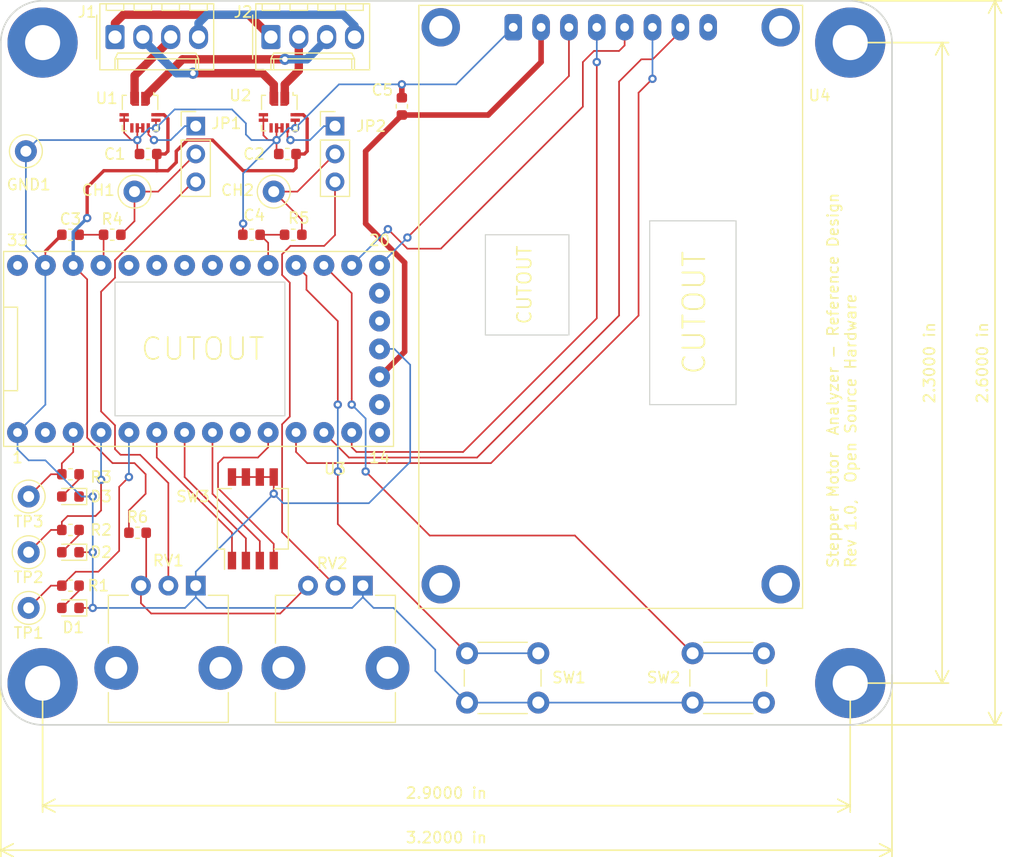
<source format=kicad_pcb>
(kicad_pcb (version 20171130) (host pcbnew "(5.1.4)-1")

  (general
    (thickness 1.6)
    (drawings 30)
    (tracks 359)
    (zones 0)
    (modules 37)
    (nets 36)
  )

  (page USLetter)
  (layers
    (0 F.Cu signal hide)
    (31 B.Cu signal)
    (32 B.Adhes user)
    (33 F.Adhes user)
    (34 B.Paste user)
    (35 F.Paste user)
    (36 B.SilkS user)
    (37 F.SilkS user)
    (38 B.Mask user)
    (39 F.Mask user)
    (40 Dwgs.User user)
    (41 Cmts.User user)
    (42 Eco1.User user)
    (43 Eco2.User user)
    (44 Edge.Cuts user)
    (45 Margin user)
    (46 B.CrtYd user hide)
    (47 F.CrtYd user hide)
    (48 B.Fab user hide)
    (49 F.Fab user)
  )

  (setup
    (last_trace_width 0.762)
    (user_trace_width 0.1524)
    (user_trace_width 0.3048)
    (user_trace_width 0.508)
    (user_trace_width 0.762)
    (user_trace_width 1.016)
    (user_trace_width 1.27)
    (trace_clearance 0.1524)
    (zone_clearance 0.508)
    (zone_45_only no)
    (trace_min 0.1524)
    (via_size 0.762)
    (via_drill 0.381)
    (via_min_size 0.508)
    (via_min_drill 0.254)
    (user_via 0.508 0.254)
    (user_via 0.762 0.381)
    (user_via 1.27 0.762)
    (user_via 2.286 1.27)
    (uvia_size 0.762)
    (uvia_drill 0.381)
    (uvias_allowed no)
    (uvia_min_size 0.508)
    (uvia_min_drill 0.254)
    (edge_width 0.15)
    (segment_width 0.2)
    (pcb_text_width 0.3)
    (pcb_text_size 1.5 1.5)
    (mod_edge_width 0.15)
    (mod_text_size 1 1)
    (mod_text_width 0.15)
    (pad_size 1.7 1.7)
    (pad_drill 1)
    (pad_to_mask_clearance 0.0508)
    (solder_mask_min_width 0.1016)
    (aux_axis_origin 0 0)
    (visible_elements 7FFFFFFF)
    (pcbplotparams
      (layerselection 0x010fc_ffffffff)
      (usegerberextensions false)
      (usegerberattributes false)
      (usegerberadvancedattributes false)
      (creategerberjobfile false)
      (excludeedgelayer true)
      (linewidth 0.100000)
      (plotframeref false)
      (viasonmask false)
      (mode 1)
      (useauxorigin false)
      (hpglpennumber 1)
      (hpglpenspeed 20)
      (hpglpendiameter 15.000000)
      (psnegative false)
      (psa4output false)
      (plotreference true)
      (plotvalue true)
      (plotinvisibletext false)
      (padsonsilk false)
      (subtractmaskfromsilk false)
      (outputformat 4)
      (mirror false)
      (drillshape 0)
      (scaleselection 1)
      (outputdirectory ""))
  )

  (net 0 "")
  (net 1 GNDD)
  (net 2 "Net-(D1-Pad2)")
  (net 3 "Net-(D2-Pad2)")
  (net 4 "Net-(D3-Pad2)")
  (net 5 POT1)
  (net 6 "Net-(JP1-Pad1)")
  (net 7 "Net-(JP2-Pad1)")
  (net 8 POT2)
  (net 9 LED1)
  (net 10 LED2)
  (net 11 LED3)
  (net 12 "Net-(C3-Pad2)")
  (net 13 "Net-(C4-Pad2)")
  (net 14 "Net-(U3-Pad20)")
  (net 15 "Net-(U3-Pad12)")
  (net 16 "Net-(U3-Pad11)")
  (net 17 "Net-(U3-Pad13)")
  (net 18 "Net-(SW1-Pad2)")
  (net 19 "Net-(SW2-Pad2)")
  (net 20 "Net-(CH1-Pad1)")
  (net 21 "Net-(CH2-Pad1)")
  (net 22 "Net-(J2-Pad2)")
  (net 23 "Net-(J2-Pad3)")
  (net 24 "Net-(SW3-Pad4)")
  (net 25 "Net-(SW3-Pad3)")
  (net 26 "Net-(SW3-Pad2)")
  (net 27 "Net-(SW3-Pad1)")
  (net 28 /~A)
  (net 29 /A)
  (net 30 /B)
  (net 31 /~B)
  (net 32 "Net-(R6-Pad2)")
  (net 33 "Net-(U3-Pad21)")
  (net 34 +3V3A)
  (net 35 +3V3D)

  (net_class Default "This is the default net class."
    (clearance 0.1524)
    (trace_width 0.1524)
    (via_dia 0.762)
    (via_drill 0.381)
    (uvia_dia 0.762)
    (uvia_drill 0.381)
    (add_net +3V3A)
    (add_net +3V3D)
    (add_net /A)
    (add_net /B)
    (add_net /~A)
    (add_net /~B)
    (add_net GNDD)
    (add_net LED1)
    (add_net LED2)
    (add_net LED3)
    (add_net "Net-(C3-Pad2)")
    (add_net "Net-(C4-Pad2)")
    (add_net "Net-(CH1-Pad1)")
    (add_net "Net-(CH2-Pad1)")
    (add_net "Net-(D1-Pad2)")
    (add_net "Net-(D2-Pad2)")
    (add_net "Net-(D3-Pad2)")
    (add_net "Net-(J2-Pad2)")
    (add_net "Net-(J2-Pad3)")
    (add_net "Net-(JP1-Pad1)")
    (add_net "Net-(JP2-Pad1)")
    (add_net "Net-(R6-Pad2)")
    (add_net "Net-(SW1-Pad2)")
    (add_net "Net-(SW2-Pad2)")
    (add_net "Net-(SW3-Pad1)")
    (add_net "Net-(SW3-Pad2)")
    (add_net "Net-(SW3-Pad3)")
    (add_net "Net-(SW3-Pad4)")
    (add_net "Net-(U3-Pad11)")
    (add_net "Net-(U3-Pad12)")
    (add_net "Net-(U3-Pad13)")
    (add_net "Net-(U3-Pad20)")
    (add_net "Net-(U3-Pad21)")
    (add_net POT1)
    (add_net POT2)
  )

  (module stepper_analyzer:DIP-TFT locked (layer F.Cu) (tedit 5DB65A99) (tstamp 5DB53C3F)
    (at 167.386 63.373)
    (descr "6-lead though-hole mounted DIP package, row spacing 10.16 mm (400 mils), LongPads")
    (tags "THT DIP DIL PDIP 2.54mm 10.16mm 400mil LongPads")
    (path /5DAB2B30)
    (fp_text reference U4 (at 19.05 6.223) (layer F.SilkS)
      (effects (font (size 1 1) (thickness 0.15)))
    )
    (fp_text value TFT (at 5.08 7.41) (layer F.Fab) hide
      (effects (font (size 1 1) (thickness 0.15)))
    )
    (fp_text user CUTOUT (at 7.62 26.035 90) (layer F.SilkS)
      (effects (font (size 2 2) (thickness 0.15)))
    )
    (fp_text user CUTOUT (at 7.62 26.035 90) (layer F.SilkS)
      (effects (font (size 2 2) (thickness 0.15)))
    )
    (fp_line (start -11.43 27.94) (end -11.43 19.05) (layer F.Fab) (width 0.12))
    (fp_line (start -3.81 27.94) (end -11.43 27.94) (layer F.Fab) (width 0.12))
    (fp_line (start -3.81 19.05) (end -3.81 27.94) (layer F.Fab) (width 0.12))
    (fp_line (start -11.43 19.05) (end -3.81 19.05) (layer F.Fab) (width 0.12))
    (fp_line (start 3.81 34.29) (end 3.81 17.78) (layer F.Fab) (width 0.12))
    (fp_line (start 11.43 34.29) (end 3.81 34.29) (layer F.Fab) (width 0.12))
    (fp_line (start 11.43 17.78) (end 11.43 34.29) (layer F.Fab) (width 0.12))
    (fp_line (start 3.81 17.78) (end 11.43 17.78) (layer F.Fab) (width 0.12))
    (fp_line (start 17.5 -2) (end 17.5 53) (layer F.SilkS) (width 0.12))
    (fp_line (start -17.5 53) (end 17.5 53) (layer F.SilkS) (width 0.12))
    (fp_line (start -17.5 -2) (end -17.5 53) (layer F.SilkS) (width 0.12))
    (fp_line (start -17.5 -2) (end 17.5 -2) (layer F.SilkS) (width 0.12))
    (pad M1 thru_hole circle (at -15.5 0 90) (size 3.5 3.5) (drill 2.1) (layers *.Cu *.Mask))
    (pad M2 thru_hole circle (at 15.5 0 90) (size 3.5 3.5) (drill 2.1) (layers *.Cu *.Mask))
    (pad M3 thru_hole circle (at -15.5 50.8 90) (size 3.5 3.5) (drill 2.1) (layers *.Cu *.Mask))
    (pad m4 thru_hole circle (at 15.5 50.8 90) (size 3.5 3.5) (drill 2.1) (layers *.Cu *.Mask))
    (pad 8 thru_hole oval (at 8.89 0 90) (size 2.4 1.6) (drill 0.8) (layers *.Cu *.Mask))
    (pad 7 thru_hole oval (at 6.35 0 90) (size 2.4 1.6) (drill 0.8) (layers *.Cu *.Mask)
      (net 15 "Net-(U3-Pad12)"))
    (pad 6 thru_hole oval (at 3.81 0 90) (size 2.4 1.6) (drill 0.8) (layers *.Cu *.Mask)
      (net 16 "Net-(U3-Pad11)"))
    (pad 3 thru_hole oval (at -3.81 0 90) (size 2.4 1.6) (drill 0.8) (layers *.Cu *.Mask)
      (net 14 "Net-(U3-Pad20)"))
    (pad 5 thru_hole oval (at 1.27 0 90) (size 2.4 1.6) (drill 0.8) (layers *.Cu *.Mask)
      (net 33 "Net-(U3-Pad21)"))
    (pad 2 thru_hole oval (at -6.35 0 90) (size 2.4 1.6) (drill 0.8) (layers *.Cu *.Mask)
      (net 35 +3V3D))
    (pad 4 thru_hole oval (at -1.27 0 90) (size 2.4 1.6) (drill 0.8) (layers *.Cu *.Mask)
      (net 17 "Net-(U3-Pad13)"))
    (pad 1 thru_hole roundrect (at -8.89 0 90) (size 2.4 1.6) (drill 0.8) (layers *.Cu *.Mask) (roundrect_rratio 0.25)
      (net 1 GNDD))
    (model ${KISYS3DMOD}/Package_DIP.3dshapes/DIP-6_W10.16mm.wrl
      (at (xyz 0 0 0))
      (scale (xyz 1 1 1))
      (rotate (xyz 0 0 0))
    )
  )

  (module stepper_analyzer:R_0603_1608Metric (layer F.Cu) (tedit 5B301BBD) (tstamp 5DB58226)
    (at 124.2315 109.474)
    (descr "Resistor SMD 0603 (1608 Metric), square (rectangular) end terminal, IPC_7351 nominal, (Body size source: http://www.tortai-tech.com/upload/download/2011102023233369053.pdf), generated with kicad-footprint-generator")
    (tags resistor)
    (path /5DB2651A)
    (attr smd)
    (fp_text reference R6 (at 0 -1.43) (layer F.SilkS)
      (effects (font (size 1 1) (thickness 0.15)))
    )
    (fp_text value 400R (at 0 1.43) (layer F.Fab)
      (effects (font (size 1 1) (thickness 0.15)))
    )
    (fp_text user %R (at 0 0) (layer F.Fab)
      (effects (font (size 0.4 0.4) (thickness 0.06)))
    )
    (fp_line (start 1.48 0.73) (end -1.48 0.73) (layer F.CrtYd) (width 0.05))
    (fp_line (start 1.48 -0.73) (end 1.48 0.73) (layer F.CrtYd) (width 0.05))
    (fp_line (start -1.48 -0.73) (end 1.48 -0.73) (layer F.CrtYd) (width 0.05))
    (fp_line (start -1.48 0.73) (end -1.48 -0.73) (layer F.CrtYd) (width 0.05))
    (fp_line (start -0.162779 0.51) (end 0.162779 0.51) (layer F.SilkS) (width 0.12))
    (fp_line (start -0.162779 -0.51) (end 0.162779 -0.51) (layer F.SilkS) (width 0.12))
    (fp_line (start 0.8 0.4) (end -0.8 0.4) (layer F.Fab) (width 0.1))
    (fp_line (start 0.8 -0.4) (end 0.8 0.4) (layer F.Fab) (width 0.1))
    (fp_line (start -0.8 -0.4) (end 0.8 -0.4) (layer F.Fab) (width 0.1))
    (fp_line (start -0.8 0.4) (end -0.8 -0.4) (layer F.Fab) (width 0.1))
    (pad 2 smd roundrect (at 0.7875 0) (size 0.875 0.95) (layers F.Cu F.Paste F.Mask) (roundrect_rratio 0.25)
      (net 32 "Net-(R6-Pad2)"))
    (pad 1 smd roundrect (at -0.7875 0) (size 0.875 0.95) (layers F.Cu F.Paste F.Mask) (roundrect_rratio 0.25)
      (net 34 +3V3A))
    (model ${KISYS3DMOD}/Resistor_SMD.3dshapes/R_0603_1608Metric.wrl
      (at (xyz 0 0 0))
      (scale (xyz 1 1 1))
      (rotate (xyz 0 0 0))
    )
  )

  (module stepper_analyzer:TEENSY40 (layer F.Cu) (tedit 5DB5E8B9) (tstamp 5DA7AD42)
    (at 146.304 92.71)
    (descr "6-lead though-hole mounted DIP package, row spacing 10.16 mm (400 mils), LongPads")
    (tags "THT DIP DIL PDIP 2.54mm 10.16mm 400mil LongPads")
    (path /5DAB0033)
    (fp_text reference U3 (at -4.064 10.922) (layer F.SilkS)
      (effects (font (size 1 1) (thickness 0.15)))
    )
    (fp_text value "Teensy 4,0" (at -2.286 11.684) (layer F.Fab) hide
      (effects (font (size 1 1) (thickness 0.15)))
    )
    (fp_text user CUTOUT (at -16.129 0) (layer F.SilkS)
      (effects (font (size 2 2) (thickness 0.15)))
    )
    (fp_line (start -24.13 6.35) (end -24.13 -6.35) (layer F.Fab) (width 0.12))
    (fp_line (start -8.636 6.35) (end -24.13 6.35) (layer F.Fab) (width 0.12))
    (fp_line (start -8.636 -6.35) (end -8.636 6.35) (layer F.Fab) (width 0.12))
    (fp_line (start -24.13 -6.35) (end -8.636 -6.35) (layer F.Fab) (width 0.12))
    (fp_line (start -33.02 3.81) (end -34.29 3.81) (layer F.SilkS) (width 0.12))
    (fp_line (start -33.02 -3.81) (end -33.02 3.81) (layer F.SilkS) (width 0.12))
    (fp_line (start -34.29 -3.81) (end -33.02 -3.81) (layer F.SilkS) (width 0.12))
    (fp_line (start -34.29 8.89) (end -34.29 -8.89) (layer F.SilkS) (width 0.12))
    (fp_line (start 1.27 8.89) (end -34.29 8.89) (layer F.SilkS) (width 0.12))
    (fp_line (start 1.27 -8.89) (end 1.27 8.89) (layer F.SilkS) (width 0.12))
    (fp_line (start -34.29 -8.89) (end 1.27 -8.89) (layer F.SilkS) (width 0.12))
    (pad 13 thru_hole circle (at -2.54 7.62 180) (size 1.905 1.905) (drill 0.8) (layers *.Cu *.Mask)
      (net 17 "Net-(U3-Pad13)"))
    (pad 11 thru_hole circle (at -7.62 7.62 180) (size 1.905 1.905) (drill 0.8) (layers *.Cu *.Mask)
      (net 16 "Net-(U3-Pad11)"))
    (pad 9 thru_hole circle (at -12.7 7.62 180) (size 1.905 1.905) (drill 0.8) (layers *.Cu *.Mask))
    (pad 7 thru_hole circle (at -17.78 7.62 180) (size 1.905 1.905) (drill 0.8) (layers *.Cu *.Mask)
      (net 26 "Net-(SW3-Pad2)"))
    (pad 12 thru_hole circle (at -5.08 7.62 180) (size 1.905 1.905) (drill 0.8) (layers *.Cu *.Mask)
      (net 15 "Net-(U3-Pad12)"))
    (pad 1 thru_hole circle (at -33.02 7.62 180) (size 1.905 1.905) (drill 0.8) (layers *.Cu *.Mask)
      (net 1 GNDD))
    (pad 2 thru_hole circle (at -30.48 7.62 180) (size 1.905 1.905) (drill 0.8) (layers *.Cu *.Mask))
    (pad 6 thru_hole circle (at -20.32 7.62 180) (size 1.905 1.905) (drill 0.8) (layers *.Cu *.Mask)
      (net 27 "Net-(SW3-Pad1)"))
    (pad 8 thru_hole circle (at -15.24 7.62 180) (size 1.905 1.905) (drill 0.8) (layers *.Cu *.Mask)
      (net 25 "Net-(SW3-Pad3)"))
    (pad 5 thru_hole circle (at -22.86 7.62 180) (size 1.905 1.905) (drill 0.8) (layers *.Cu *.Mask)
      (net 9 LED1))
    (pad 4 thru_hole circle (at -25.4 7.62 180) (size 1.905 1.905) (drill 0.8) (layers *.Cu *.Mask)
      (net 10 LED2))
    (pad 3 thru_hole circle (at -27.94 7.62 180) (size 1.905 1.905) (drill 0.8) (layers *.Cu *.Mask)
      (net 11 LED3))
    (pad 10 thru_hole circle (at -10.16 7.62 180) (size 1.905 1.905) (drill 0.8) (layers *.Cu *.Mask)
      (net 24 "Net-(SW3-Pad4)"))
    (pad 32 thru_hole circle (at -30.48 -7.62 180) (size 1.905 1.905) (drill 0.8) (layers *.Cu *.Mask)
      (net 1 GNDD))
    (pad 31 thru_hole circle (at -27.94 -7.62 180) (size 1.905 1.905) (drill 0.8) (layers *.Cu *.Mask)
      (net 34 +3V3A))
    (pad 29 thru_hole circle (at -22.86 -7.62 180) (size 1.905 1.905) (drill 0.8) (layers *.Cu *.Mask))
    (pad 33 thru_hole circle (at -33.02 -7.62 180) (size 1.905 1.905) (drill 0.8) (layers *.Cu *.Mask))
    (pad 30 thru_hole circle (at -25.4 -7.62 180) (size 1.905 1.905) (drill 0.8) (layers *.Cu *.Mask)
      (net 12 "Net-(C3-Pad2)"))
    (pad 28 thru_hole circle (at -20.32 -7.62 180) (size 1.905 1.905) (drill 0.8) (layers *.Cu *.Mask))
    (pad 24 thru_hole circle (at -10.16 -7.62 180) (size 1.905 1.905) (drill 0.8) (layers *.Cu *.Mask)
      (net 13 "Net-(C4-Pad2)"))
    (pad 23 thru_hole circle (at -7.62 -7.62 180) (size 1.905 1.905) (drill 0.8) (layers *.Cu *.Mask)
      (net 18 "Net-(SW1-Pad2)"))
    (pad 21 thru_hole circle (at -2.54 -7.62 180) (size 1.905 1.905) (drill 0.8) (layers *.Cu *.Mask)
      (net 33 "Net-(U3-Pad21)"))
    (pad 25 thru_hole circle (at -12.7 -7.62 180) (size 1.905 1.905) (drill 0.8) (layers *.Cu *.Mask))
    (pad 26 thru_hole circle (at -15.24 -7.62 180) (size 1.905 1.905) (drill 0.8) (layers *.Cu *.Mask))
    (pad 27 thru_hole circle (at -17.78 -7.62 180) (size 1.905 1.905) (drill 0.8) (layers *.Cu *.Mask))
    (pad 22 thru_hole circle (at -5.08 -7.62 180) (size 1.905 1.905) (drill 0.8) (layers *.Cu *.Mask)
      (net 19 "Net-(SW2-Pad2)"))
    (pad 14 thru_hole circle (at 0 7.62 90) (size 1.905 1.905) (drill 0.8) (layers *.Cu *.Mask))
    (pad 20 thru_hole circle (at 0 -7.62 90) (size 1.905 1.905) (drill 0.8) (layers *.Cu *.Mask)
      (net 14 "Net-(U3-Pad20)"))
    (pad 19 thru_hole circle (at 0 -5.08 90) (size 1.905 1.905) (drill 0.8) (layers *.Cu *.Mask))
    (pad 18 thru_hole circle (at 0 -2.54 90) (size 1.905 1.905) (drill 0.8) (layers *.Cu *.Mask))
    (pad 15 thru_hole circle (at 0 5.08 90) (size 1.905 1.905) (drill 0.8) (layers *.Cu *.Mask))
    (pad 16 thru_hole circle (at 0 2.54 90) (size 1.905 1.905) (drill 0.8) (layers *.Cu *.Mask)
      (net 35 +3V3D))
    (pad 17 thru_hole circle (at 0 0 90) (size 1.905 1.905) (drill 0.8) (layers *.Cu *.Mask)
      (net 1 GNDD))
    (model ${KISYS3DMOD}/Package_DIP.3dshapes/DIP-6_W10.16mm.wrl
      (at (xyz 0 0 0))
      (scale (xyz 1 1 1))
      (rotate (xyz 0 0 0))
    )
  )

  (module Sensor_Current:Allegro_QFN-12-10-1EP_3x3mm_P0.5mm (layer F.Cu) (tedit 5AE4B66E) (tstamp 5DA7ACED)
    (at 124.46 71.12 270)
    (descr "Allegro Microsystems 12-Lead (10-Lead Populated) Quad Flat Pack, 3x3mm Body, 0.5mm Pitch (http://www.allegromicro.com/~/media/Files/Datasheets/ACS711-Datasheet.ashx)")
    (tags "Allegro QFN 0.5")
    (path /5DAA9FDD)
    (attr smd)
    (fp_text reference U1 (at -1.27 3.048 180) (layer F.SilkS)
      (effects (font (size 1 1) (thickness 0.15)))
    )
    (fp_text value ACS70331EESATR-2P5U3 (at 0 2.8 90) (layer F.Fab)
      (effects (font (size 1 1) (thickness 0.15)))
    )
    (fp_line (start -1.54 -1.25) (end -1.8 -1.25) (layer F.SilkS) (width 0.12))
    (fp_line (start 1.7 1.62) (end 1.2 1.62) (layer F.SilkS) (width 0.12))
    (fp_line (start 1.7 -1.62) (end 1.2 -1.62) (layer F.SilkS) (width 0.12))
    (fp_line (start -1.54 1.62) (end -0.25 1.62) (layer F.SilkS) (width 0.12))
    (fp_line (start -1.54 -1.62) (end -0.25 -1.62) (layer F.SilkS) (width 0.12))
    (fp_line (start -1.54 -1.62) (end -1.54 -1.25) (layer F.SilkS) (width 0.12))
    (fp_line (start -1.54 1.25) (end -1.54 1.62) (layer F.SilkS) (width 0.12))
    (fp_line (start 1.7 1.25) (end 1.7 1.62) (layer F.SilkS) (width 0.12))
    (fp_line (start 1.7 -1.62) (end 1.7 -1.25) (layer F.SilkS) (width 0.12))
    (fp_line (start -0.42 -1.5) (end 1.58 -1.5) (layer F.Fab) (width 0.1))
    (fp_line (start 1.58 -1.5) (end 1.58 1.5) (layer F.Fab) (width 0.1))
    (fp_line (start 1.58 1.5) (end -1.42 1.5) (layer F.Fab) (width 0.1))
    (fp_line (start -1.42 1.5) (end -1.42 -0.5) (layer F.Fab) (width 0.1))
    (fp_line (start -1.42 -0.5) (end -0.42 -1.5) (layer F.Fab) (width 0.1))
    (fp_line (start -2.11 2.13) (end 2.11 2.13) (layer F.CrtYd) (width 0.05))
    (fp_line (start 2.11 2.13) (end 2.11 -2.13) (layer F.CrtYd) (width 0.05))
    (fp_line (start 2.11 -2.13) (end -2.11 -2.13) (layer F.CrtYd) (width 0.05))
    (fp_line (start -2.11 -2.13) (end -2.11 2.13) (layer F.CrtYd) (width 0.05))
    (fp_text user %R (at 0 0 90) (layer F.Fab)
      (effects (font (size 0.7 0.7) (thickness 0.1)))
    )
    (pad 2 smd rect (at -0.785 0.7 315) (size 0.2828 0.2828) (layers F.Cu F.Paste F.Mask)
      (net 30 /B))
    (pad 2 smd rect (at -0.685 0.4 270) (size 0.2 0.6) (layers F.Cu F.Paste F.Mask)
      (net 30 /B))
    (pad 2 smd rect (at -1.32 0.5 270) (size 1.07 0.8) (layers F.Cu F.Paste F.Mask)
      (net 30 /B))
    (pad 1 smd rect (at -0.785 -0.7 315) (size 0.2828 0.2828) (layers F.Cu F.Paste F.Mask)
      (net 23 "Net-(J2-Pad3)"))
    (pad 1 smd rect (at -0.685 -0.4 270) (size 0.2 0.6) (layers F.Cu F.Paste F.Mask)
      (net 23 "Net-(J2-Pad3)"))
    (pad 1 smd rect (at -1.32 -0.5 270) (size 1.07 0.8) (layers F.Cu F.Paste F.Mask)
      (net 23 "Net-(J2-Pad3)"))
    (pad 8 smd rect (at 1.43 -0.75 270) (size 0.85 0.3) (layers F.Cu F.Paste F.Mask)
      (net 6 "Net-(JP1-Pad1)"))
    (pad 7 smd rect (at 1.43 -0.25 270) (size 0.85 0.3) (layers F.Cu F.Paste F.Mask)
      (net 1 GNDD))
    (pad 6 smd rect (at 1.43 0.25 270) (size 0.85 0.3) (layers F.Cu F.Paste F.Mask)
      (net 1 GNDD))
    (pad 5 smd rect (at 1.43 0.75 270) (size 0.85 0.3) (layers F.Cu F.Paste F.Mask))
    (pad 4 smd rect (at 0.73 1.45 270) (size 0.3 0.85) (layers F.Cu F.Paste F.Mask)
      (net 1 GNDD))
    (pad 3 smd rect (at 0.23 1.45 270) (size 0.3 0.85) (layers F.Cu F.Paste F.Mask)
      (net 1 GNDD))
    (pad 9 smd rect (at 0.73 -1.45 270) (size 0.3 0.85) (layers F.Cu F.Paste F.Mask)
      (net 1 GNDD))
    (pad 10 smd rect (at 0.23 -1.45 270) (size 0.3 0.85) (layers F.Cu F.Paste F.Mask)
      (net 34 +3V3A))
    (model ${KISYS3DMOD}/Sensor_Current.3dshapes/Allegro_QFN-12-10-1EP_3x3mm_P0.5mm.wrl
      (at (xyz 0 0 0))
      (scale (xyz 1 1 1))
      (rotate (xyz 0 0 0))
    )
  )

  (module Sensor_Current:Allegro_QFN-12-10-1EP_3x3mm_P0.5mm (layer F.Cu) (tedit 5AE4B66E) (tstamp 5DA864DB)
    (at 137.16 71.12 270)
    (descr "Allegro Microsystems 12-Lead (10-Lead Populated) Quad Flat Pack, 3x3mm Body, 0.5mm Pitch (http://www.allegromicro.com/~/media/Files/Datasheets/ACS711-Datasheet.ashx)")
    (tags "Allegro QFN 0.5")
    (path /5DAA891F)
    (attr smd)
    (fp_text reference U2 (at -1.524 3.556 180) (layer F.SilkS)
      (effects (font (size 1 1) (thickness 0.15)))
    )
    (fp_text value ACS70331EESATR-2P5U3 (at 0 2.8 90) (layer F.Fab)
      (effects (font (size 1 1) (thickness 0.15)))
    )
    (fp_line (start -1.54 -1.25) (end -1.8 -1.25) (layer F.SilkS) (width 0.12))
    (fp_line (start 1.7 1.62) (end 1.2 1.62) (layer F.SilkS) (width 0.12))
    (fp_line (start 1.7 -1.62) (end 1.2 -1.62) (layer F.SilkS) (width 0.12))
    (fp_line (start -1.54 1.62) (end -0.25 1.62) (layer F.SilkS) (width 0.12))
    (fp_line (start -1.54 -1.62) (end -0.25 -1.62) (layer F.SilkS) (width 0.12))
    (fp_line (start -1.54 -1.62) (end -1.54 -1.25) (layer F.SilkS) (width 0.12))
    (fp_line (start -1.54 1.25) (end -1.54 1.62) (layer F.SilkS) (width 0.12))
    (fp_line (start 1.7 1.25) (end 1.7 1.62) (layer F.SilkS) (width 0.12))
    (fp_line (start 1.7 -1.62) (end 1.7 -1.25) (layer F.SilkS) (width 0.12))
    (fp_line (start -0.42 -1.5) (end 1.58 -1.5) (layer F.Fab) (width 0.1))
    (fp_line (start 1.58 -1.5) (end 1.58 1.5) (layer F.Fab) (width 0.1))
    (fp_line (start 1.58 1.5) (end -1.42 1.5) (layer F.Fab) (width 0.1))
    (fp_line (start -1.42 1.5) (end -1.42 -0.5) (layer F.Fab) (width 0.1))
    (fp_line (start -1.42 -0.5) (end -0.42 -1.5) (layer F.Fab) (width 0.1))
    (fp_line (start -2.11 2.13) (end 2.11 2.13) (layer F.CrtYd) (width 0.05))
    (fp_line (start 2.11 2.13) (end 2.11 -2.13) (layer F.CrtYd) (width 0.05))
    (fp_line (start 2.11 -2.13) (end -2.11 -2.13) (layer F.CrtYd) (width 0.05))
    (fp_line (start -2.11 -2.13) (end -2.11 2.13) (layer F.CrtYd) (width 0.05))
    (fp_text user %R (at 0 0 90) (layer F.Fab)
      (effects (font (size 0.7 0.7) (thickness 0.1)))
    )
    (pad 2 smd rect (at -0.785 0.7 315) (size 0.2828 0.2828) (layers F.Cu F.Paste F.Mask)
      (net 29 /A))
    (pad 2 smd rect (at -0.685 0.4 270) (size 0.2 0.6) (layers F.Cu F.Paste F.Mask)
      (net 29 /A))
    (pad 2 smd rect (at -1.32 0.5 270) (size 1.07 0.8) (layers F.Cu F.Paste F.Mask)
      (net 29 /A))
    (pad 1 smd rect (at -0.785 -0.7 315) (size 0.2828 0.2828) (layers F.Cu F.Paste F.Mask)
      (net 22 "Net-(J2-Pad2)"))
    (pad 1 smd rect (at -0.685 -0.4 270) (size 0.2 0.6) (layers F.Cu F.Paste F.Mask)
      (net 22 "Net-(J2-Pad2)"))
    (pad 1 smd rect (at -1.32 -0.5 270) (size 1.07 0.8) (layers F.Cu F.Paste F.Mask)
      (net 22 "Net-(J2-Pad2)"))
    (pad 8 smd rect (at 1.43 -0.75 270) (size 0.85 0.3) (layers F.Cu F.Paste F.Mask)
      (net 7 "Net-(JP2-Pad1)"))
    (pad 7 smd rect (at 1.43 -0.25 270) (size 0.85 0.3) (layers F.Cu F.Paste F.Mask)
      (net 1 GNDD))
    (pad 6 smd rect (at 1.43 0.25 270) (size 0.85 0.3) (layers F.Cu F.Paste F.Mask)
      (net 1 GNDD))
    (pad 5 smd rect (at 1.43 0.75 270) (size 0.85 0.3) (layers F.Cu F.Paste F.Mask))
    (pad 4 smd rect (at 0.73 1.45 270) (size 0.3 0.85) (layers F.Cu F.Paste F.Mask)
      (net 1 GNDD))
    (pad 3 smd rect (at 0.23 1.45 270) (size 0.3 0.85) (layers F.Cu F.Paste F.Mask)
      (net 1 GNDD))
    (pad 9 smd rect (at 0.73 -1.45 270) (size 0.3 0.85) (layers F.Cu F.Paste F.Mask)
      (net 1 GNDD))
    (pad 10 smd rect (at 0.23 -1.45 270) (size 0.3 0.85) (layers F.Cu F.Paste F.Mask)
      (net 34 +3V3A))
    (model ${KISYS3DMOD}/Sensor_Current.3dshapes/Allegro_QFN-12-10-1EP_3x3mm_P0.5mm.wrl
      (at (xyz 0 0 0))
      (scale (xyz 1 1 1))
      (rotate (xyz 0 0 0))
    )
  )

  (module stepper_analyzer:SW_DIP_SPSTx04_Slide_Copal_CHS-04B_W7.62mm_P1.27mm (layer F.Cu) (tedit 5A4E1407) (tstamp 5DB1A390)
    (at 134.747 108.204 90)
    (descr "SMD 4x-dip-switch SPST Copal_CHS-04B, Slide, row spacing 7.62 mm (300 mils), body size  (see http://www.nidec-copal-electronics.com/e/catalog/switch/chs.pdf), SMD")
    (tags "SMD DIP Switch SPST Slide 7.62mm 300mil SMD")
    (path /5DC6C322)
    (attr smd)
    (fp_text reference SW3 (at 2.032 -5.461 180) (layer F.SilkS)
      (effects (font (size 1 1) (thickness 0.15)))
    )
    (fp_text value SW_DIP_x04 (at 0 4.235 90) (layer F.Fab)
      (effects (font (size 1 1) (thickness 0.15)))
    )
    (fp_text user on (at 0.195 -2.665 90) (layer F.Fab)
      (effects (font (size 0.8 0.8) (thickness 0.12)))
    )
    (fp_text user %R (at 2.1 0) (layer F.Fab)
      (effects (font (size 0.8 0.8) (thickness 0.12)))
    )
    (fp_line (start 4.9 -3.5) (end -4.9 -3.5) (layer F.CrtYd) (width 0.05))
    (fp_line (start 4.9 3.5) (end 4.9 -3.5) (layer F.CrtYd) (width 0.05))
    (fp_line (start -4.9 3.5) (end 4.9 3.5) (layer F.CrtYd) (width 0.05))
    (fp_line (start -4.9 -3.5) (end -4.9 3.5) (layer F.CrtYd) (width 0.05))
    (fp_line (start 2.76 1.965) (end 2.76 3.235) (layer F.SilkS) (width 0.12))
    (fp_line (start -2.76 1.965) (end -2.76 3.235) (layer F.SilkS) (width 0.12))
    (fp_line (start 2.76 -3.235) (end 2.76 -1.966) (layer F.SilkS) (width 0.12))
    (fp_line (start -2.76 -3.235) (end 2.76 -3.235) (layer F.SilkS) (width 0.12))
    (fp_line (start -2.76 -3.235) (end -2.76 -2.585) (layer F.SilkS) (width 0.12))
    (fp_line (start -4.61 -2.585) (end -2.76 -2.585) (layer F.SilkS) (width 0.12))
    (fp_line (start -2.76 3.235) (end 2.76 3.235) (layer F.SilkS) (width 0.12))
    (fp_line (start -0.5 1.655) (end -0.5 2.155) (layer F.Fab) (width 0.1))
    (fp_line (start -1.5 2.055) (end -0.5 2.055) (layer F.Fab) (width 0.1))
    (fp_line (start -1.5 1.955) (end -0.5 1.955) (layer F.Fab) (width 0.1))
    (fp_line (start -1.5 1.855) (end -0.5 1.855) (layer F.Fab) (width 0.1))
    (fp_line (start -1.5 1.755) (end -0.5 1.755) (layer F.Fab) (width 0.1))
    (fp_line (start 1.5 1.655) (end -1.5 1.655) (layer F.Fab) (width 0.1))
    (fp_line (start 1.5 2.155) (end 1.5 1.655) (layer F.Fab) (width 0.1))
    (fp_line (start -1.5 2.155) (end 1.5 2.155) (layer F.Fab) (width 0.1))
    (fp_line (start -1.5 1.655) (end -1.5 2.155) (layer F.Fab) (width 0.1))
    (fp_line (start -0.5 0.385) (end -0.5 0.885) (layer F.Fab) (width 0.1))
    (fp_line (start -1.5 0.785) (end -0.5 0.785) (layer F.Fab) (width 0.1))
    (fp_line (start -1.5 0.685) (end -0.5 0.685) (layer F.Fab) (width 0.1))
    (fp_line (start -1.5 0.585) (end -0.5 0.585) (layer F.Fab) (width 0.1))
    (fp_line (start -1.5 0.485) (end -0.5 0.485) (layer F.Fab) (width 0.1))
    (fp_line (start 1.5 0.385) (end -1.5 0.385) (layer F.Fab) (width 0.1))
    (fp_line (start 1.5 0.885) (end 1.5 0.385) (layer F.Fab) (width 0.1))
    (fp_line (start -1.5 0.885) (end 1.5 0.885) (layer F.Fab) (width 0.1))
    (fp_line (start -1.5 0.385) (end -1.5 0.885) (layer F.Fab) (width 0.1))
    (fp_line (start -0.5 -0.885) (end -0.5 -0.385) (layer F.Fab) (width 0.1))
    (fp_line (start -1.5 -0.485) (end -0.5 -0.485) (layer F.Fab) (width 0.1))
    (fp_line (start -1.5 -0.585) (end -0.5 -0.585) (layer F.Fab) (width 0.1))
    (fp_line (start -1.5 -0.685) (end -0.5 -0.685) (layer F.Fab) (width 0.1))
    (fp_line (start -1.5 -0.785) (end -0.5 -0.785) (layer F.Fab) (width 0.1))
    (fp_line (start 1.5 -0.885) (end -1.5 -0.885) (layer F.Fab) (width 0.1))
    (fp_line (start 1.5 -0.385) (end 1.5 -0.885) (layer F.Fab) (width 0.1))
    (fp_line (start -1.5 -0.385) (end 1.5 -0.385) (layer F.Fab) (width 0.1))
    (fp_line (start -1.5 -0.885) (end -1.5 -0.385) (layer F.Fab) (width 0.1))
    (fp_line (start -0.5 -2.155) (end -0.5 -1.655) (layer F.Fab) (width 0.1))
    (fp_line (start -1.5 -1.755) (end -0.5 -1.755) (layer F.Fab) (width 0.1))
    (fp_line (start -1.5 -1.855) (end -0.5 -1.855) (layer F.Fab) (width 0.1))
    (fp_line (start -1.5 -1.955) (end -0.5 -1.955) (layer F.Fab) (width 0.1))
    (fp_line (start -1.5 -2.055) (end -0.5 -2.055) (layer F.Fab) (width 0.1))
    (fp_line (start 1.5 -2.155) (end -1.5 -2.155) (layer F.Fab) (width 0.1))
    (fp_line (start 1.5 -1.655) (end 1.5 -2.155) (layer F.Fab) (width 0.1))
    (fp_line (start -1.5 -1.655) (end 1.5 -1.655) (layer F.Fab) (width 0.1))
    (fp_line (start -1.5 -2.155) (end -1.5 -1.655) (layer F.Fab) (width 0.1))
    (fp_line (start -2.7 -2.175) (end -1.7 -3.175) (layer F.Fab) (width 0.1))
    (fp_line (start -2.7 3.175) (end -2.7 -2.175) (layer F.Fab) (width 0.1))
    (fp_line (start 2.7 3.175) (end -2.7 3.175) (layer F.Fab) (width 0.1))
    (fp_line (start 2.7 -3.175) (end 2.7 3.175) (layer F.Fab) (width 0.1))
    (fp_line (start -1.7 -3.175) (end 2.7 -3.175) (layer F.Fab) (width 0.1))
    (pad 8 smd rect (at 3.81 -1.905 90) (size 1.6 0.76) (layers F.Cu F.Paste F.Mask)
      (net 1 GNDD))
    (pad 4 smd rect (at -3.81 1.905 90) (size 1.6 0.76) (layers F.Cu F.Paste F.Mask)
      (net 24 "Net-(SW3-Pad4)"))
    (pad 7 smd rect (at 3.81 -0.635 90) (size 1.6 0.76) (layers F.Cu F.Paste F.Mask)
      (net 1 GNDD))
    (pad 3 smd rect (at -3.81 0.635 90) (size 1.6 0.76) (layers F.Cu F.Paste F.Mask)
      (net 25 "Net-(SW3-Pad3)"))
    (pad 6 smd rect (at 3.81 0.635 90) (size 1.6 0.76) (layers F.Cu F.Paste F.Mask)
      (net 1 GNDD))
    (pad 2 smd rect (at -3.81 -0.635 90) (size 1.6 0.76) (layers F.Cu F.Paste F.Mask)
      (net 26 "Net-(SW3-Pad2)"))
    (pad 5 smd rect (at 3.81 1.905 90) (size 1.6 0.76) (layers F.Cu F.Paste F.Mask)
      (net 1 GNDD))
    (pad 1 smd rect (at -3.81 -1.905 90) (size 1.6 0.76) (layers F.Cu F.Paste F.Mask)
      (net 27 "Net-(SW3-Pad1)"))
    (model ${KISYS3DMOD}/Button_Switch_SMD.3dshapes/SW_DIP_SPSTx04_Slide_Copal_CHS-04B_W7.62mm_P1.27mm.wrl
      (at (xyz 0 0 0))
      (scale (xyz 1 1 1))
      (rotate (xyz 0 0 0))
    )
  )

  (module stepper_analyzer:R_0603_1608Metric (layer F.Cu) (tedit 5B301BBD) (tstamp 5DA79AEA)
    (at 138.43 82.296)
    (descr "Resistor SMD 0603 (1608 Metric), square (rectangular) end terminal, IPC_7351 nominal, (Body size source: http://www.tortai-tech.com/upload/download/2011102023233369053.pdf), generated with kicad-footprint-generator")
    (tags resistor)
    (path /5DA23C63)
    (attr smd)
    (fp_text reference R5 (at 0.508 -1.524) (layer F.SilkS)
      (effects (font (size 1 1) (thickness 0.15)))
    )
    (fp_text value 330R (at 0 1.43) (layer F.Fab)
      (effects (font (size 1 1) (thickness 0.15)))
    )
    (fp_text user %R (at 0 0) (layer F.Fab)
      (effects (font (size 0.4 0.4) (thickness 0.06)))
    )
    (fp_line (start 1.48 0.73) (end -1.48 0.73) (layer F.CrtYd) (width 0.05))
    (fp_line (start 1.48 -0.73) (end 1.48 0.73) (layer F.CrtYd) (width 0.05))
    (fp_line (start -1.48 -0.73) (end 1.48 -0.73) (layer F.CrtYd) (width 0.05))
    (fp_line (start -1.48 0.73) (end -1.48 -0.73) (layer F.CrtYd) (width 0.05))
    (fp_line (start -0.162779 0.51) (end 0.162779 0.51) (layer F.SilkS) (width 0.12))
    (fp_line (start -0.162779 -0.51) (end 0.162779 -0.51) (layer F.SilkS) (width 0.12))
    (fp_line (start 0.8 0.4) (end -0.8 0.4) (layer F.Fab) (width 0.1))
    (fp_line (start 0.8 -0.4) (end 0.8 0.4) (layer F.Fab) (width 0.1))
    (fp_line (start -0.8 -0.4) (end 0.8 -0.4) (layer F.Fab) (width 0.1))
    (fp_line (start -0.8 0.4) (end -0.8 -0.4) (layer F.Fab) (width 0.1))
    (pad 2 smd roundrect (at 0.7875 0) (size 0.875 0.95) (layers F.Cu F.Paste F.Mask) (roundrect_rratio 0.25)
      (net 21 "Net-(CH2-Pad1)"))
    (pad 1 smd roundrect (at -0.7875 0) (size 0.875 0.95) (layers F.Cu F.Paste F.Mask) (roundrect_rratio 0.25)
      (net 13 "Net-(C4-Pad2)"))
    (model ${KISYS3DMOD}/Resistor_SMD.3dshapes/R_0603_1608Metric.wrl
      (at (xyz 0 0 0))
      (scale (xyz 1 1 1))
      (rotate (xyz 0 0 0))
    )
  )

  (module stepper_analyzer:R_0603_1608Metric (layer F.Cu) (tedit 5B301BBD) (tstamp 5DA79ADA)
    (at 121.92 82.296)
    (descr "Resistor SMD 0603 (1608 Metric), square (rectangular) end terminal, IPC_7351 nominal, (Body size source: http://www.tortai-tech.com/upload/download/2011102023233369053.pdf), generated with kicad-footprint-generator")
    (tags resistor)
    (path /5DA26250)
    (attr smd)
    (fp_text reference R4 (at 0 -1.43) (layer F.SilkS)
      (effects (font (size 1 1) (thickness 0.15)))
    )
    (fp_text value 330R (at 0 1.43) (layer F.Fab)
      (effects (font (size 1 1) (thickness 0.15)))
    )
    (fp_text user %R (at 0 0) (layer F.Fab)
      (effects (font (size 0.4 0.4) (thickness 0.06)))
    )
    (fp_line (start 1.48 0.73) (end -1.48 0.73) (layer F.CrtYd) (width 0.05))
    (fp_line (start 1.48 -0.73) (end 1.48 0.73) (layer F.CrtYd) (width 0.05))
    (fp_line (start -1.48 -0.73) (end 1.48 -0.73) (layer F.CrtYd) (width 0.05))
    (fp_line (start -1.48 0.73) (end -1.48 -0.73) (layer F.CrtYd) (width 0.05))
    (fp_line (start -0.162779 0.51) (end 0.162779 0.51) (layer F.SilkS) (width 0.12))
    (fp_line (start -0.162779 -0.51) (end 0.162779 -0.51) (layer F.SilkS) (width 0.12))
    (fp_line (start 0.8 0.4) (end -0.8 0.4) (layer F.Fab) (width 0.1))
    (fp_line (start 0.8 -0.4) (end 0.8 0.4) (layer F.Fab) (width 0.1))
    (fp_line (start -0.8 -0.4) (end 0.8 -0.4) (layer F.Fab) (width 0.1))
    (fp_line (start -0.8 0.4) (end -0.8 -0.4) (layer F.Fab) (width 0.1))
    (pad 2 smd roundrect (at 0.7875 0) (size 0.875 0.95) (layers F.Cu F.Paste F.Mask) (roundrect_rratio 0.25)
      (net 20 "Net-(CH1-Pad1)"))
    (pad 1 smd roundrect (at -0.7875 0) (size 0.875 0.95) (layers F.Cu F.Paste F.Mask) (roundrect_rratio 0.25)
      (net 12 "Net-(C3-Pad2)"))
    (model ${KISYS3DMOD}/Resistor_SMD.3dshapes/R_0603_1608Metric.wrl
      (at (xyz 0 0 0))
      (scale (xyz 1 1 1))
      (rotate (xyz 0 0 0))
    )
  )

  (module stepper_analyzer:R_0603_1608Metric (layer F.Cu) (tedit 5B301BBD) (tstamp 5DB5DF9F)
    (at 118.11 104.14)
    (descr "Resistor SMD 0603 (1608 Metric), square (rectangular) end terminal, IPC_7351 nominal, (Body size source: http://www.tortai-tech.com/upload/download/2011102023233369053.pdf), generated with kicad-footprint-generator")
    (tags resistor)
    (path /5DA284F9)
    (attr smd)
    (fp_text reference R3 (at 2.794 0.254) (layer F.SilkS)
      (effects (font (size 1 1) (thickness 0.15)))
    )
    (fp_text value 3K (at 0 1.43) (layer F.Fab)
      (effects (font (size 1 1) (thickness 0.15)))
    )
    (fp_line (start -0.8 0.4) (end -0.8 -0.4) (layer F.Fab) (width 0.1))
    (fp_line (start -0.8 -0.4) (end 0.8 -0.4) (layer F.Fab) (width 0.1))
    (fp_line (start 0.8 -0.4) (end 0.8 0.4) (layer F.Fab) (width 0.1))
    (fp_line (start 0.8 0.4) (end -0.8 0.4) (layer F.Fab) (width 0.1))
    (fp_line (start -0.162779 -0.51) (end 0.162779 -0.51) (layer F.SilkS) (width 0.12))
    (fp_line (start -0.162779 0.51) (end 0.162779 0.51) (layer F.SilkS) (width 0.12))
    (fp_line (start -1.48 0.73) (end -1.48 -0.73) (layer F.CrtYd) (width 0.05))
    (fp_line (start -1.48 -0.73) (end 1.48 -0.73) (layer F.CrtYd) (width 0.05))
    (fp_line (start 1.48 -0.73) (end 1.48 0.73) (layer F.CrtYd) (width 0.05))
    (fp_line (start 1.48 0.73) (end -1.48 0.73) (layer F.CrtYd) (width 0.05))
    (fp_text user %R (at 0 0) (layer F.Fab)
      (effects (font (size 0.4 0.4) (thickness 0.06)))
    )
    (pad 1 smd roundrect (at -0.7875 0) (size 0.875 0.95) (layers F.Cu F.Paste F.Mask) (roundrect_rratio 0.25)
      (net 11 LED3))
    (pad 2 smd roundrect (at 0.7875 0) (size 0.875 0.95) (layers F.Cu F.Paste F.Mask) (roundrect_rratio 0.25)
      (net 4 "Net-(D3-Pad2)"))
    (model ${KISYS3DMOD}/Resistor_SMD.3dshapes/R_0603_1608Metric.wrl
      (at (xyz 0 0 0))
      (scale (xyz 1 1 1))
      (rotate (xyz 0 0 0))
    )
  )

  (module stepper_analyzer:R_0603_1608Metric (layer F.Cu) (tedit 5B301BBD) (tstamp 5DB5DF4B)
    (at 118.11 109.22)
    (descr "Resistor SMD 0603 (1608 Metric), square (rectangular) end terminal, IPC_7351 nominal, (Body size source: http://www.tortai-tech.com/upload/download/2011102023233369053.pdf), generated with kicad-footprint-generator")
    (tags resistor)
    (path /5DA27BEB)
    (attr smd)
    (fp_text reference R2 (at 2.794 0) (layer F.SilkS)
      (effects (font (size 1 1) (thickness 0.15)))
    )
    (fp_text value 3K (at 0 1.43) (layer F.Fab)
      (effects (font (size 1 1) (thickness 0.15)))
    )
    (fp_text user %R (at 0 0) (layer F.Fab)
      (effects (font (size 0.4 0.4) (thickness 0.06)))
    )
    (fp_line (start 1.48 0.73) (end -1.48 0.73) (layer F.CrtYd) (width 0.05))
    (fp_line (start 1.48 -0.73) (end 1.48 0.73) (layer F.CrtYd) (width 0.05))
    (fp_line (start -1.48 -0.73) (end 1.48 -0.73) (layer F.CrtYd) (width 0.05))
    (fp_line (start -1.48 0.73) (end -1.48 -0.73) (layer F.CrtYd) (width 0.05))
    (fp_line (start -0.162779 0.51) (end 0.162779 0.51) (layer F.SilkS) (width 0.12))
    (fp_line (start -0.162779 -0.51) (end 0.162779 -0.51) (layer F.SilkS) (width 0.12))
    (fp_line (start 0.8 0.4) (end -0.8 0.4) (layer F.Fab) (width 0.1))
    (fp_line (start 0.8 -0.4) (end 0.8 0.4) (layer F.Fab) (width 0.1))
    (fp_line (start -0.8 -0.4) (end 0.8 -0.4) (layer F.Fab) (width 0.1))
    (fp_line (start -0.8 0.4) (end -0.8 -0.4) (layer F.Fab) (width 0.1))
    (pad 2 smd roundrect (at 0.7875 0) (size 0.875 0.95) (layers F.Cu F.Paste F.Mask) (roundrect_rratio 0.25)
      (net 3 "Net-(D2-Pad2)"))
    (pad 1 smd roundrect (at -0.7875 0) (size 0.875 0.95) (layers F.Cu F.Paste F.Mask) (roundrect_rratio 0.25)
      (net 10 LED2))
    (model ${KISYS3DMOD}/Resistor_SMD.3dshapes/R_0603_1608Metric.wrl
      (at (xyz 0 0 0))
      (scale (xyz 1 1 1))
      (rotate (xyz 0 0 0))
    )
  )

  (module stepper_analyzer:R_0603_1608Metric (layer F.Cu) (tedit 5B301BBD) (tstamp 5DB5DEF7)
    (at 118.11 114.3)
    (descr "Resistor SMD 0603 (1608 Metric), square (rectangular) end terminal, IPC_7351 nominal, (Body size source: http://www.tortai-tech.com/upload/download/2011102023233369053.pdf), generated with kicad-footprint-generator")
    (tags resistor)
    (path /5DA26AF3)
    (attr smd)
    (fp_text reference R1 (at 2.54 0) (layer F.SilkS)
      (effects (font (size 1 1) (thickness 0.15)))
    )
    (fp_text value 3K (at 0 1.43) (layer F.Fab)
      (effects (font (size 1 1) (thickness 0.15)))
    )
    (fp_text user %R (at 0 0) (layer F.Fab)
      (effects (font (size 0.4 0.4) (thickness 0.06)))
    )
    (fp_line (start 1.48 0.73) (end -1.48 0.73) (layer F.CrtYd) (width 0.05))
    (fp_line (start 1.48 -0.73) (end 1.48 0.73) (layer F.CrtYd) (width 0.05))
    (fp_line (start -1.48 -0.73) (end 1.48 -0.73) (layer F.CrtYd) (width 0.05))
    (fp_line (start -1.48 0.73) (end -1.48 -0.73) (layer F.CrtYd) (width 0.05))
    (fp_line (start -0.162779 0.51) (end 0.162779 0.51) (layer F.SilkS) (width 0.12))
    (fp_line (start -0.162779 -0.51) (end 0.162779 -0.51) (layer F.SilkS) (width 0.12))
    (fp_line (start 0.8 0.4) (end -0.8 0.4) (layer F.Fab) (width 0.1))
    (fp_line (start 0.8 -0.4) (end 0.8 0.4) (layer F.Fab) (width 0.1))
    (fp_line (start -0.8 -0.4) (end 0.8 -0.4) (layer F.Fab) (width 0.1))
    (fp_line (start -0.8 0.4) (end -0.8 -0.4) (layer F.Fab) (width 0.1))
    (pad 2 smd roundrect (at 0.7875 0) (size 0.875 0.95) (layers F.Cu F.Paste F.Mask) (roundrect_rratio 0.25)
      (net 2 "Net-(D1-Pad2)"))
    (pad 1 smd roundrect (at -0.7875 0) (size 0.875 0.95) (layers F.Cu F.Paste F.Mask) (roundrect_rratio 0.25)
      (net 9 LED1))
    (model ${KISYS3DMOD}/Resistor_SMD.3dshapes/R_0603_1608Metric.wrl
      (at (xyz 0 0 0))
      (scale (xyz 1 1 1))
      (rotate (xyz 0 0 0))
    )
  )

  (module stepper_analyzer:MountingHole_3.2mm_M3_Pad (layer F.Cu) (tedit 56D1B4CB) (tstamp 5DA854A3)
    (at 115.57 123.19)
    (descr "Mounting Hole 3.2mm, M3")
    (tags "mounting hole 3.2mm m3")
    (path /5DA82DDA)
    (attr virtual)
    (fp_text reference H4 (at 3.81 2.54) (layer F.SilkS) hide
      (effects (font (size 1 1) (thickness 0.15)))
    )
    (fp_text value MountingHole (at 0 4.2) (layer F.Fab)
      (effects (font (size 1 1) (thickness 0.15)))
    )
    (fp_circle (center 0 0) (end 3.45 0) (layer F.CrtYd) (width 0.05))
    (fp_circle (center 0 0) (end 3.2 0) (layer Cmts.User) (width 0.15))
    (fp_text user %R (at 0.3 0) (layer F.Fab)
      (effects (font (size 1 1) (thickness 0.15)))
    )
    (pad 1 thru_hole circle (at 0 0) (size 6.4 6.4) (drill 3.2) (layers *.Cu *.Mask))
  )

  (module stepper_analyzer:MountingHole_3.2mm_M3_Pad (layer F.Cu) (tedit 56D1B4CB) (tstamp 5DA8549B)
    (at 189.23 123.19)
    (descr "Mounting Hole 3.2mm, M3")
    (tags "mounting hole 3.2mm m3")
    (path /5DA82F34)
    (attr virtual)
    (fp_text reference H3 (at 0 -4.2) (layer F.SilkS) hide
      (effects (font (size 1 1) (thickness 0.15)))
    )
    (fp_text value MountingHole (at 0 4.2) (layer F.Fab)
      (effects (font (size 1 1) (thickness 0.15)))
    )
    (fp_circle (center 0 0) (end 3.45 0) (layer F.CrtYd) (width 0.05))
    (fp_circle (center 0 0) (end 3.2 0) (layer Cmts.User) (width 0.15))
    (fp_text user %R (at 0.3 0) (layer F.Fab)
      (effects (font (size 1 1) (thickness 0.15)))
    )
    (pad 1 thru_hole circle (at 0 0) (size 6.4 6.4) (drill 3.2) (layers *.Cu *.Mask))
  )

  (module stepper_analyzer:MountingHole_3.2mm_M3_Pad (layer F.Cu) (tedit 56D1B4CB) (tstamp 5DA85493)
    (at 189.23 64.77)
    (descr "Mounting Hole 3.2mm, M3")
    (tags "mounting hole 3.2mm m3")
    (path /5DA82BFF)
    (attr virtual)
    (fp_text reference H2 (at 0 -4.2) (layer F.SilkS) hide
      (effects (font (size 1 1) (thickness 0.15)))
    )
    (fp_text value MountingHole (at 0 4.2) (layer F.Fab)
      (effects (font (size 1 1) (thickness 0.15)))
    )
    (fp_circle (center 0 0) (end 3.45 0) (layer F.CrtYd) (width 0.05))
    (fp_circle (center 0 0) (end 3.2 0) (layer Cmts.User) (width 0.15))
    (fp_text user %R (at 0.3 0) (layer F.Fab)
      (effects (font (size 1 1) (thickness 0.15)))
    )
    (pad 1 thru_hole circle (at 0 0) (size 6.4 6.4) (drill 3.2) (layers *.Cu *.Mask))
  )

  (module stepper_analyzer:MountingHole_3.2mm_M3_Pad (layer F.Cu) (tedit 56D1B4CB) (tstamp 5DA8548B)
    (at 115.57 64.77)
    (descr "Mounting Hole 3.2mm, M3")
    (tags "mounting hole 3.2mm m3")
    (path /5DA82431)
    (attr virtual)
    (fp_text reference H1 (at 0 -4.2) (layer F.SilkS) hide
      (effects (font (size 1 1) (thickness 0.15)))
    )
    (fp_text value MountingHole (at 0 4.2) (layer F.Fab)
      (effects (font (size 1 1) (thickness 0.15)))
    )
    (fp_circle (center 0 0) (end 3.45 0) (layer F.CrtYd) (width 0.05))
    (fp_circle (center 0 0) (end 3.2 0) (layer Cmts.User) (width 0.15))
    (fp_text user %R (at 0.3 0) (layer F.Fab)
      (effects (font (size 1 1) (thickness 0.15)))
    )
    (pad 1 thru_hole circle (at 0 0) (size 6.4 6.4) (drill 3.2) (layers *.Cu *.Mask))
  )

  (module stepper_analyzer:TestPoint_Loop_D1.80mm_Drill1.0mm_Beaded (layer F.Cu) (tedit 5A0F774F) (tstamp 5DA7AC68)
    (at 123.952 78.359)
    (descr "wire loop with bead as test point, loop diameter 1.8mm, hole diameter 1.0mm")
    (tags "test point wire loop bead")
    (path /5DAAE84C)
    (fp_text reference CH1 (at -3.302 -0.127) (layer F.SilkS)
      (effects (font (size 1 1) (thickness 0.15)))
    )
    (fp_text value TestPoint (at 0 -2.8) (layer F.Fab)
      (effects (font (size 1 1) (thickness 0.15)))
    )
    (fp_text user %R (at 0.7 2.5) (layer F.Fab)
      (effects (font (size 1 1) (thickness 0.15)))
    )
    (fp_circle (center 0 0) (end 1.3 0) (layer F.Fab) (width 0.12))
    (fp_line (start -0.9 0.2) (end -0.9 -0.2) (layer F.Fab) (width 0.12))
    (fp_line (start 0.9 0.2) (end -0.9 0.2) (layer F.Fab) (width 0.12))
    (fp_line (start 0.9 -0.2) (end 0.9 0.2) (layer F.Fab) (width 0.12))
    (fp_line (start -0.9 -0.2) (end 0.9 -0.2) (layer F.Fab) (width 0.12))
    (fp_circle (center 0 0) (end 1.5 0) (layer F.SilkS) (width 0.12))
    (fp_circle (center 0 0) (end 1.8 0) (layer F.CrtYd) (width 0.05))
    (pad 1 thru_hole circle (at 0 0) (size 2 2) (drill 1) (layers *.Cu *.Mask)
      (net 20 "Net-(CH1-Pad1)"))
    (model ${KISYS3DMOD}/TestPoint.3dshapes/TestPoint_Loop_D1.80mm_Drill1.0mm_Beaded.wrl
      (at (xyz 0 0 0))
      (scale (xyz 1 1 1))
      (rotate (xyz 0 0 0))
    )
  )

  (module stepper_analyzer:SW_PUSH_6mm_H7.3mm (layer F.Cu) (tedit 5A02FE31) (tstamp 5DAA042D)
    (at 181.356 124.968 180)
    (descr "tactile push button, 6x6mm e.g. PHAP33xx series, height=7.3mm")
    (tags "tact sw push 6mm")
    (path /5DAC40E3)
    (fp_text reference SW2 (at 9.144 2.286) (layer F.SilkS)
      (effects (font (size 1 1) (thickness 0.15)))
    )
    (fp_text value SW_Push (at 3.75 6.7) (layer F.Fab)
      (effects (font (size 1 1) (thickness 0.15)))
    )
    (fp_circle (center 3.25 2.25) (end 1.25 2.5) (layer F.Fab) (width 0.1))
    (fp_line (start 6.75 3) (end 6.75 1.5) (layer F.SilkS) (width 0.12))
    (fp_line (start 5.5 -1) (end 1 -1) (layer F.SilkS) (width 0.12))
    (fp_line (start -0.25 1.5) (end -0.25 3) (layer F.SilkS) (width 0.12))
    (fp_line (start 1 5.5) (end 5.5 5.5) (layer F.SilkS) (width 0.12))
    (fp_line (start 8 -1.25) (end 8 5.75) (layer F.CrtYd) (width 0.05))
    (fp_line (start 7.75 6) (end -1.25 6) (layer F.CrtYd) (width 0.05))
    (fp_line (start -1.5 5.75) (end -1.5 -1.25) (layer F.CrtYd) (width 0.05))
    (fp_line (start -1.25 -1.5) (end 7.75 -1.5) (layer F.CrtYd) (width 0.05))
    (fp_line (start -1.5 6) (end -1.25 6) (layer F.CrtYd) (width 0.05))
    (fp_line (start -1.5 5.75) (end -1.5 6) (layer F.CrtYd) (width 0.05))
    (fp_line (start -1.5 -1.5) (end -1.25 -1.5) (layer F.CrtYd) (width 0.05))
    (fp_line (start -1.5 -1.25) (end -1.5 -1.5) (layer F.CrtYd) (width 0.05))
    (fp_line (start 8 -1.5) (end 8 -1.25) (layer F.CrtYd) (width 0.05))
    (fp_line (start 7.75 -1.5) (end 8 -1.5) (layer F.CrtYd) (width 0.05))
    (fp_line (start 8 6) (end 8 5.75) (layer F.CrtYd) (width 0.05))
    (fp_line (start 7.75 6) (end 8 6) (layer F.CrtYd) (width 0.05))
    (fp_line (start 0.25 -0.75) (end 3.25 -0.75) (layer F.Fab) (width 0.1))
    (fp_line (start 0.25 5.25) (end 0.25 -0.75) (layer F.Fab) (width 0.1))
    (fp_line (start 6.25 5.25) (end 0.25 5.25) (layer F.Fab) (width 0.1))
    (fp_line (start 6.25 -0.75) (end 6.25 5.25) (layer F.Fab) (width 0.1))
    (fp_line (start 3.25 -0.75) (end 6.25 -0.75) (layer F.Fab) (width 0.1))
    (fp_text user %R (at 5.656 4.127) (layer F.Fab)
      (effects (font (size 1 1) (thickness 0.15)))
    )
    (pad 1 thru_hole circle (at 6.5 0 270) (size 2 2) (drill 1.1) (layers *.Cu *.Mask)
      (net 1 GNDD))
    (pad 2 thru_hole circle (at 6.5 4.5 270) (size 2 2) (drill 1.1) (layers *.Cu *.Mask)
      (net 19 "Net-(SW2-Pad2)"))
    (pad 1 thru_hole circle (at 0 0 270) (size 2 2) (drill 1.1) (layers *.Cu *.Mask)
      (net 1 GNDD))
    (pad 2 thru_hole circle (at 0 4.5 270) (size 2 2) (drill 1.1) (layers *.Cu *.Mask)
      (net 19 "Net-(SW2-Pad2)"))
    (model ${KISYS3DMOD}/Button_Switch_THT.3dshapes/SW_PUSH_6mm_H7.3mm.wrl
      (at (xyz 0 0 0))
      (scale (xyz 1 1 1))
      (rotate (xyz 0 0 0))
    )
  )

  (module stepper_analyzer:SW_PUSH_6mm_H7.3mm (layer F.Cu) (tedit 5A02FE31) (tstamp 5DA7AC24)
    (at 160.782 124.968 180)
    (descr "tactile push button, 6x6mm e.g. PHAP33xx series, height=7.3mm")
    (tags "tact sw push 6mm")
    (path /5DAC18FD)
    (fp_text reference SW1 (at -2.794 2.286) (layer F.SilkS)
      (effects (font (size 1 1) (thickness 0.15)))
    )
    (fp_text value SW_Push (at 3.75 6.7) (layer F.Fab)
      (effects (font (size 1 1) (thickness 0.15)))
    )
    (fp_text user %R (at 3.25 2.25) (layer F.Fab)
      (effects (font (size 1 1) (thickness 0.15)))
    )
    (fp_line (start 3.25 -0.75) (end 6.25 -0.75) (layer F.Fab) (width 0.1))
    (fp_line (start 6.25 -0.75) (end 6.25 5.25) (layer F.Fab) (width 0.1))
    (fp_line (start 6.25 5.25) (end 0.25 5.25) (layer F.Fab) (width 0.1))
    (fp_line (start 0.25 5.25) (end 0.25 -0.75) (layer F.Fab) (width 0.1))
    (fp_line (start 0.25 -0.75) (end 3.25 -0.75) (layer F.Fab) (width 0.1))
    (fp_line (start 7.75 6) (end 8 6) (layer F.CrtYd) (width 0.05))
    (fp_line (start 8 6) (end 8 5.75) (layer F.CrtYd) (width 0.05))
    (fp_line (start 7.75 -1.5) (end 8 -1.5) (layer F.CrtYd) (width 0.05))
    (fp_line (start 8 -1.5) (end 8 -1.25) (layer F.CrtYd) (width 0.05))
    (fp_line (start -1.5 -1.25) (end -1.5 -1.5) (layer F.CrtYd) (width 0.05))
    (fp_line (start -1.5 -1.5) (end -1.25 -1.5) (layer F.CrtYd) (width 0.05))
    (fp_line (start -1.5 5.75) (end -1.5 6) (layer F.CrtYd) (width 0.05))
    (fp_line (start -1.5 6) (end -1.25 6) (layer F.CrtYd) (width 0.05))
    (fp_line (start -1.25 -1.5) (end 7.75 -1.5) (layer F.CrtYd) (width 0.05))
    (fp_line (start -1.5 5.75) (end -1.5 -1.25) (layer F.CrtYd) (width 0.05))
    (fp_line (start 7.75 6) (end -1.25 6) (layer F.CrtYd) (width 0.05))
    (fp_line (start 8 -1.25) (end 8 5.75) (layer F.CrtYd) (width 0.05))
    (fp_line (start 1 5.5) (end 5.5 5.5) (layer F.SilkS) (width 0.12))
    (fp_line (start -0.25 1.5) (end -0.25 3) (layer F.SilkS) (width 0.12))
    (fp_line (start 5.5 -1) (end 1 -1) (layer F.SilkS) (width 0.12))
    (fp_line (start 6.75 3) (end 6.75 1.5) (layer F.SilkS) (width 0.12))
    (fp_circle (center 3.25 2.25) (end 1.25 2.5) (layer F.Fab) (width 0.1))
    (pad 2 thru_hole circle (at 0 4.5 270) (size 2 2) (drill 1.1) (layers *.Cu *.Mask)
      (net 18 "Net-(SW1-Pad2)"))
    (pad 1 thru_hole circle (at 0 0 270) (size 2 2) (drill 1.1) (layers *.Cu *.Mask)
      (net 1 GNDD))
    (pad 2 thru_hole circle (at 6.5 4.5 270) (size 2 2) (drill 1.1) (layers *.Cu *.Mask)
      (net 18 "Net-(SW1-Pad2)"))
    (pad 1 thru_hole circle (at 6.5 0 270) (size 2 2) (drill 1.1) (layers *.Cu *.Mask)
      (net 1 GNDD))
    (model ${KISYS3DMOD}/Button_Switch_THT.3dshapes/SW_PUSH_6mm_H7.3mm.wrl
      (at (xyz 0 0 0))
      (scale (xyz 1 1 1))
      (rotate (xyz 0 0 0))
    )
  )

  (module stepper_analyzer:PinHeader_1x03_P2.54mm_Vertical (layer F.Cu) (tedit 59FED5CC) (tstamp 5DA7AAD1)
    (at 129.54 72.39)
    (descr "Through hole straight pin header, 1x03, 2.54mm pitch, single row")
    (tags "Through hole pin header THT 1x03 2.54mm single row")
    (path /5DAAD3D8)
    (fp_text reference JP1 (at 2.794 -0.254) (layer F.SilkS)
      (effects (font (size 1 1) (thickness 0.15)))
    )
    (fp_text value Jumper_3_Bridged12 (at 0.254 5.969) (layer F.Fab)
      (effects (font (size 1 1) (thickness 0.15)))
    )
    (fp_text user %R (at 0 2.54 90) (layer F.Fab)
      (effects (font (size 1 1) (thickness 0.15)))
    )
    (fp_line (start 1.8 -1.8) (end -1.8 -1.8) (layer F.CrtYd) (width 0.05))
    (fp_line (start 1.8 6.85) (end 1.8 -1.8) (layer F.CrtYd) (width 0.05))
    (fp_line (start -1.8 6.85) (end 1.8 6.85) (layer F.CrtYd) (width 0.05))
    (fp_line (start -1.8 -1.8) (end -1.8 6.85) (layer F.CrtYd) (width 0.05))
    (fp_line (start -1.33 -1.33) (end 0 -1.33) (layer F.SilkS) (width 0.12))
    (fp_line (start -1.33 0) (end -1.33 -1.33) (layer F.SilkS) (width 0.12))
    (fp_line (start -1.33 1.27) (end 1.33 1.27) (layer F.SilkS) (width 0.12))
    (fp_line (start 1.33 1.27) (end 1.33 6.41) (layer F.SilkS) (width 0.12))
    (fp_line (start -1.33 1.27) (end -1.33 6.41) (layer F.SilkS) (width 0.12))
    (fp_line (start -1.33 6.41) (end 1.33 6.41) (layer F.SilkS) (width 0.12))
    (fp_line (start -1.27 -0.635) (end -0.635 -1.27) (layer F.Fab) (width 0.1))
    (fp_line (start -1.27 6.35) (end -1.27 -0.635) (layer F.Fab) (width 0.1))
    (fp_line (start 1.27 6.35) (end -1.27 6.35) (layer F.Fab) (width 0.1))
    (fp_line (start 1.27 -1.27) (end 1.27 6.35) (layer F.Fab) (width 0.1))
    (fp_line (start -0.635 -1.27) (end 1.27 -1.27) (layer F.Fab) (width 0.1))
    (pad 3 thru_hole oval (at 0 5.08) (size 1.7 1.7) (drill 1) (layers *.Cu *.Mask)
      (net 5 POT1))
    (pad 2 thru_hole oval (at 0 2.54) (size 1.7 1.7) (drill 1) (layers *.Cu *.Mask)
      (net 20 "Net-(CH1-Pad1)"))
    (pad 1 thru_hole rect (at 0 0) (size 1.7 1.7) (drill 1) (layers *.Cu *.Mask)
      (net 6 "Net-(JP1-Pad1)"))
    (model ${KISYS3DMOD}/Connector_PinHeader_2.54mm.3dshapes/PinHeader_1x03_P2.54mm_Vertical.wrl
      (at (xyz 0 0 0))
      (scale (xyz 1 1 1))
      (rotate (xyz 0 0 0))
    )
  )

  (module stepper_analyzer:TestPoint_Loop_D1.80mm_Drill1.0mm_Beaded (layer F.Cu) (tedit 5DB51AEC) (tstamp 5DA88F52)
    (at 136.652 78.359)
    (descr "wire loop with bead as test point, loop diameter 1.8mm, hole diameter 1.0mm")
    (tags "test point wire loop bead")
    (path /5DC6D323)
    (fp_text reference CH2 (at -3.302 -0.127) (layer F.SilkS)
      (effects (font (size 1 1) (thickness 0.15)))
    )
    (fp_text value TestPoint (at 0 -2.8) (layer F.Fab)
      (effects (font (size 1 1) (thickness 0.15)))
    )
    (fp_circle (center 0 0) (end 1.8 0) (layer F.CrtYd) (width 0.05))
    (fp_circle (center 0 0) (end 1.5 0) (layer F.SilkS) (width 0.12))
    (fp_line (start -0.9 -0.2) (end 0.9 -0.2) (layer F.Fab) (width 0.12))
    (fp_line (start 0.9 -0.2) (end 0.9 0.2) (layer F.Fab) (width 0.12))
    (fp_line (start 0.9 0.2) (end -0.9 0.2) (layer F.Fab) (width 0.12))
    (fp_line (start -0.9 0.2) (end -0.9 -0.2) (layer F.Fab) (width 0.12))
    (fp_circle (center 0 0) (end 1.3 0) (layer F.Fab) (width 0.12))
    (fp_text user %R (at 0.7 2.5) (layer F.Fab)
      (effects (font (size 1 1) (thickness 0.15)))
    )
    (pad 1 thru_hole circle (at 0 0) (size 2 2) (drill 1) (layers *.Cu *.Mask)
      (net 21 "Net-(CH2-Pad1)"))
    (model ${KISYS3DMOD}/TestPoint.3dshapes/TestPoint_Loop_D1.80mm_Drill1.0mm_Beaded.wrl
      (at (xyz 0 0 0))
      (scale (xyz 1 1 1))
      (rotate (xyz 0 0 0))
    )
  )

  (module stepper_analyzer:TestPoint_Loop_D1.80mm_Drill1.0mm_Beaded (layer F.Cu) (tedit 5A0F774F) (tstamp 5DA71613)
    (at 114.046 74.676 90)
    (descr "wire loop with bead as test point, loop diameter 1.8mm, hole diameter 1.0mm")
    (tags "test point wire loop bead")
    (path /5DA4FBBB)
    (fp_text reference GND1 (at -3.048 0.254 180) (layer F.SilkS)
      (effects (font (size 1 1) (thickness 0.15)))
    )
    (fp_text value TestPoint (at 0 -2.8 90) (layer F.Fab)
      (effects (font (size 1 1) (thickness 0.15)))
    )
    (fp_circle (center 0 0) (end 1.8 0) (layer F.CrtYd) (width 0.05))
    (fp_circle (center 0 0) (end 1.5 0) (layer F.SilkS) (width 0.12))
    (fp_line (start -0.9 -0.2) (end 0.9 -0.2) (layer F.Fab) (width 0.12))
    (fp_line (start 0.9 -0.2) (end 0.9 0.2) (layer F.Fab) (width 0.12))
    (fp_line (start 0.9 0.2) (end -0.9 0.2) (layer F.Fab) (width 0.12))
    (fp_line (start -0.9 0.2) (end -0.9 -0.2) (layer F.Fab) (width 0.12))
    (fp_circle (center 0 0) (end 1.3 0) (layer F.Fab) (width 0.12))
    (fp_text user %R (at 0.7 2.5 90) (layer F.Fab)
      (effects (font (size 1 1) (thickness 0.15)))
    )
    (pad 1 thru_hole circle (at 0 0 90) (size 2 2) (drill 1) (layers *.Cu *.Mask)
      (net 1 GNDD))
    (model ${KISYS3DMOD}/TestPoint.3dshapes/TestPoint_Loop_D1.80mm_Drill1.0mm_Beaded.wrl
      (at (xyz 0 0 0))
      (scale (xyz 1 1 1))
      (rotate (xyz 0 0 0))
    )
  )

  (module stepper_analyzer:TestPoint_Loop_D1.80mm_Drill1.0mm_Beaded (layer F.Cu) (tedit 5A0F774F) (tstamp 5DB5DF77)
    (at 114.3 106.172)
    (descr "wire loop with bead as test point, loop diameter 1.8mm, hole diameter 1.0mm")
    (tags "test point wire loop bead")
    (path /5DA4E91E)
    (fp_text reference TP3 (at 0 2.286) (layer F.SilkS)
      (effects (font (size 1 1) (thickness 0.15)))
    )
    (fp_text value TestPoint (at 0 -2.8) (layer F.Fab)
      (effects (font (size 1 1) (thickness 0.15)))
    )
    (fp_circle (center 0 0) (end 1.8 0) (layer F.CrtYd) (width 0.05))
    (fp_circle (center 0 0) (end 1.5 0) (layer F.SilkS) (width 0.12))
    (fp_line (start -0.9 -0.2) (end 0.9 -0.2) (layer F.Fab) (width 0.12))
    (fp_line (start 0.9 -0.2) (end 0.9 0.2) (layer F.Fab) (width 0.12))
    (fp_line (start 0.9 0.2) (end -0.9 0.2) (layer F.Fab) (width 0.12))
    (fp_line (start -0.9 0.2) (end -0.9 -0.2) (layer F.Fab) (width 0.12))
    (fp_circle (center 0 0) (end 1.3 0) (layer F.Fab) (width 0.12))
    (fp_text user %R (at 0.7 2.5) (layer F.Fab)
      (effects (font (size 1 1) (thickness 0.15)))
    )
    (pad 1 thru_hole circle (at 0 0) (size 2 2) (drill 1) (layers *.Cu *.Mask)
      (net 11 LED3))
    (model ${KISYS3DMOD}/TestPoint.3dshapes/TestPoint_Loop_D1.80mm_Drill1.0mm_Beaded.wrl
      (at (xyz 0 0 0))
      (scale (xyz 1 1 1))
      (rotate (xyz 0 0 0))
    )
  )

  (module stepper_analyzer:TestPoint_Loop_D1.80mm_Drill1.0mm_Beaded (layer F.Cu) (tedit 5A0F774F) (tstamp 5DA71620)
    (at 114.3 116.332 90)
    (descr "wire loop with bead as test point, loop diameter 1.8mm, hole diameter 1.0mm")
    (tags "test point wire loop bead")
    (path /5DA275D6)
    (fp_text reference TP1 (at -2.286 0 180) (layer F.SilkS)
      (effects (font (size 1 1) (thickness 0.15)))
    )
    (fp_text value TestPoint (at 0 -2.8 90) (layer F.Fab)
      (effects (font (size 1 1) (thickness 0.15)))
    )
    (fp_text user %R (at 0.7 2.5 90) (layer F.Fab)
      (effects (font (size 1 1) (thickness 0.15)))
    )
    (fp_circle (center 0 0) (end 1.3 0) (layer F.Fab) (width 0.12))
    (fp_line (start -0.9 0.2) (end -0.9 -0.2) (layer F.Fab) (width 0.12))
    (fp_line (start 0.9 0.2) (end -0.9 0.2) (layer F.Fab) (width 0.12))
    (fp_line (start 0.9 -0.2) (end 0.9 0.2) (layer F.Fab) (width 0.12))
    (fp_line (start -0.9 -0.2) (end 0.9 -0.2) (layer F.Fab) (width 0.12))
    (fp_circle (center 0 0) (end 1.5 0) (layer F.SilkS) (width 0.12))
    (fp_circle (center 0 0) (end 1.8 0) (layer F.CrtYd) (width 0.05))
    (pad 1 thru_hole circle (at 0 0 90) (size 2 2) (drill 1) (layers *.Cu *.Mask)
      (net 9 LED1))
    (model ${KISYS3DMOD}/TestPoint.3dshapes/TestPoint_Loop_D1.80mm_Drill1.0mm_Beaded.wrl
      (at (xyz 0 0 0))
      (scale (xyz 1 1 1))
      (rotate (xyz 0 0 0))
    )
  )

  (module stepper_analyzer:TestPoint_Loop_D1.80mm_Drill1.0mm_Beaded (layer F.Cu) (tedit 5A0F774F) (tstamp 5DB5DF23)
    (at 114.3 111.252 90)
    (descr "wire loop with bead as test point, loop diameter 1.8mm, hole diameter 1.0mm")
    (tags "test point wire loop bead")
    (path /5DA4EE33)
    (fp_text reference TP2 (at -2.286 0 180) (layer F.SilkS)
      (effects (font (size 1 1) (thickness 0.15)))
    )
    (fp_text value TestPoint (at 0 -2.8 90) (layer F.Fab)
      (effects (font (size 1 1) (thickness 0.15)))
    )
    (fp_text user %R (at 0.7 2.5 90) (layer F.Fab)
      (effects (font (size 1 1) (thickness 0.15)))
    )
    (fp_circle (center 0 0) (end 1.3 0) (layer F.Fab) (width 0.12))
    (fp_line (start -0.9 0.2) (end -0.9 -0.2) (layer F.Fab) (width 0.12))
    (fp_line (start 0.9 0.2) (end -0.9 0.2) (layer F.Fab) (width 0.12))
    (fp_line (start 0.9 -0.2) (end 0.9 0.2) (layer F.Fab) (width 0.12))
    (fp_line (start -0.9 -0.2) (end 0.9 -0.2) (layer F.Fab) (width 0.12))
    (fp_circle (center 0 0) (end 1.5 0) (layer F.SilkS) (width 0.12))
    (fp_circle (center 0 0) (end 1.8 0) (layer F.CrtYd) (width 0.05))
    (pad 1 thru_hole circle (at 0 0 90) (size 2 2) (drill 1) (layers *.Cu *.Mask)
      (net 10 LED2))
    (model ${KISYS3DMOD}/TestPoint.3dshapes/TestPoint_Loop_D1.80mm_Drill1.0mm_Beaded.wrl
      (at (xyz 0 0 0))
      (scale (xyz 1 1 1))
      (rotate (xyz 0 0 0))
    )
  )

  (module stepper_analyzer:C_0603_1608Metric (layer F.Cu) (tedit 5B301BBE) (tstamp 5DA82B93)
    (at 137.8965 74.93)
    (descr "Capacitor SMD 0603 (1608 Metric), square (rectangular) end terminal, IPC_7351 nominal, (Body size source: http://www.tortai-tech.com/upload/download/2011102023233369053.pdf), generated with kicad-footprint-generator")
    (tags capacitor)
    (path /5D6DDD3E)
    (attr smd)
    (fp_text reference C2 (at -3.048 0) (layer F.SilkS)
      (effects (font (size 1 1) (thickness 0.15)))
    )
    (fp_text value 0.1uF (at 0 1.43) (layer F.Fab)
      (effects (font (size 1 1) (thickness 0.15)))
    )
    (fp_line (start -0.8 0.4) (end -0.8 -0.4) (layer F.Fab) (width 0.1))
    (fp_line (start -0.8 -0.4) (end 0.8 -0.4) (layer F.Fab) (width 0.1))
    (fp_line (start 0.8 -0.4) (end 0.8 0.4) (layer F.Fab) (width 0.1))
    (fp_line (start 0.8 0.4) (end -0.8 0.4) (layer F.Fab) (width 0.1))
    (fp_line (start -0.162779 -0.51) (end 0.162779 -0.51) (layer F.SilkS) (width 0.12))
    (fp_line (start -0.162779 0.51) (end 0.162779 0.51) (layer F.SilkS) (width 0.12))
    (fp_line (start -1.48 0.73) (end -1.48 -0.73) (layer F.CrtYd) (width 0.05))
    (fp_line (start -1.48 -0.73) (end 1.48 -0.73) (layer F.CrtYd) (width 0.05))
    (fp_line (start 1.48 -0.73) (end 1.48 0.73) (layer F.CrtYd) (width 0.05))
    (fp_line (start 1.48 0.73) (end -1.48 0.73) (layer F.CrtYd) (width 0.05))
    (fp_text user %R (at 0 0) (layer F.Fab)
      (effects (font (size 0.4 0.4) (thickness 0.06)))
    )
    (pad 1 smd roundrect (at -0.7875 0) (size 0.875 0.95) (layers F.Cu F.Paste F.Mask) (roundrect_rratio 0.25)
      (net 1 GNDD))
    (pad 2 smd roundrect (at 0.7875 0) (size 0.875 0.95) (layers F.Cu F.Paste F.Mask) (roundrect_rratio 0.25)
      (net 34 +3V3A))
    (model ${KISYS3DMOD}/Capacitor_SMD.3dshapes/C_0603_1608Metric.wrl
      (at (xyz 0 0 0))
      (scale (xyz 1 1 1))
      (rotate (xyz 0 0 0))
    )
  )

  (module stepper_analyzer:C_0603_1608Metric (layer F.Cu) (tedit 5B301BBE) (tstamp 5DA799BE)
    (at 125.1965 74.93)
    (descr "Capacitor SMD 0603 (1608 Metric), square (rectangular) end terminal, IPC_7351 nominal, (Body size source: http://www.tortai-tech.com/upload/download/2011102023233369053.pdf), generated with kicad-footprint-generator")
    (tags capacitor)
    (path /5DA1F995)
    (attr smd)
    (fp_text reference C1 (at -3.048 0) (layer F.SilkS)
      (effects (font (size 1 1) (thickness 0.15)))
    )
    (fp_text value 0.1uF (at 0 1.43) (layer F.Fab)
      (effects (font (size 1 1) (thickness 0.15)))
    )
    (fp_text user %R (at 0 0) (layer F.Fab)
      (effects (font (size 0.4 0.4) (thickness 0.06)))
    )
    (fp_line (start 1.48 0.73) (end -1.48 0.73) (layer F.CrtYd) (width 0.05))
    (fp_line (start 1.48 -0.73) (end 1.48 0.73) (layer F.CrtYd) (width 0.05))
    (fp_line (start -1.48 -0.73) (end 1.48 -0.73) (layer F.CrtYd) (width 0.05))
    (fp_line (start -1.48 0.73) (end -1.48 -0.73) (layer F.CrtYd) (width 0.05))
    (fp_line (start -0.162779 0.51) (end 0.162779 0.51) (layer F.SilkS) (width 0.12))
    (fp_line (start -0.162779 -0.51) (end 0.162779 -0.51) (layer F.SilkS) (width 0.12))
    (fp_line (start 0.8 0.4) (end -0.8 0.4) (layer F.Fab) (width 0.1))
    (fp_line (start 0.8 -0.4) (end 0.8 0.4) (layer F.Fab) (width 0.1))
    (fp_line (start -0.8 -0.4) (end 0.8 -0.4) (layer F.Fab) (width 0.1))
    (fp_line (start -0.8 0.4) (end -0.8 -0.4) (layer F.Fab) (width 0.1))
    (pad 2 smd roundrect (at 0.7875 0) (size 0.875 0.95) (layers F.Cu F.Paste F.Mask) (roundrect_rratio 0.25)
      (net 34 +3V3A))
    (pad 1 smd roundrect (at -0.7875 0) (size 0.875 0.95) (layers F.Cu F.Paste F.Mask) (roundrect_rratio 0.25)
      (net 1 GNDD))
    (model ${KISYS3DMOD}/Capacitor_SMD.3dshapes/C_0603_1608Metric.wrl
      (at (xyz 0 0 0))
      (scale (xyz 1 1 1))
      (rotate (xyz 0 0 0))
    )
  )

  (module stepper_analyzer:C_0603_1608Metric (layer F.Cu) (tedit 5B301BBE) (tstamp 5DA88132)
    (at 118.11 82.296)
    (descr "Capacitor SMD 0603 (1608 Metric), square (rectangular) end terminal, IPC_7351 nominal, (Body size source: http://www.tortai-tech.com/upload/download/2011102023233369053.pdf), generated with kicad-footprint-generator")
    (tags capacitor)
    (path /5DA254E5)
    (attr smd)
    (fp_text reference C3 (at 0 -1.43) (layer F.SilkS)
      (effects (font (size 1 1) (thickness 0.15)))
    )
    (fp_text value 0.22uF (at 0 1.43) (layer F.Fab)
      (effects (font (size 1 1) (thickness 0.15)))
    )
    (fp_line (start -0.8 0.4) (end -0.8 -0.4) (layer F.Fab) (width 0.1))
    (fp_line (start -0.8 -0.4) (end 0.8 -0.4) (layer F.Fab) (width 0.1))
    (fp_line (start 0.8 -0.4) (end 0.8 0.4) (layer F.Fab) (width 0.1))
    (fp_line (start 0.8 0.4) (end -0.8 0.4) (layer F.Fab) (width 0.1))
    (fp_line (start -0.162779 -0.51) (end 0.162779 -0.51) (layer F.SilkS) (width 0.12))
    (fp_line (start -0.162779 0.51) (end 0.162779 0.51) (layer F.SilkS) (width 0.12))
    (fp_line (start -1.48 0.73) (end -1.48 -0.73) (layer F.CrtYd) (width 0.05))
    (fp_line (start -1.48 -0.73) (end 1.48 -0.73) (layer F.CrtYd) (width 0.05))
    (fp_line (start 1.48 -0.73) (end 1.48 0.73) (layer F.CrtYd) (width 0.05))
    (fp_line (start 1.48 0.73) (end -1.48 0.73) (layer F.CrtYd) (width 0.05))
    (fp_text user %R (at 0 0) (layer F.Fab)
      (effects (font (size 0.4 0.4) (thickness 0.06)))
    )
    (pad 1 smd roundrect (at -0.7875 0) (size 0.875 0.95) (layers F.Cu F.Paste F.Mask) (roundrect_rratio 0.25)
      (net 1 GNDD))
    (pad 2 smd roundrect (at 0.7875 0) (size 0.875 0.95) (layers F.Cu F.Paste F.Mask) (roundrect_rratio 0.25)
      (net 12 "Net-(C3-Pad2)"))
    (model ${KISYS3DMOD}/Capacitor_SMD.3dshapes/C_0603_1608Metric.wrl
      (at (xyz 0 0 0))
      (scale (xyz 1 1 1))
      (rotate (xyz 0 0 0))
    )
  )

  (module stepper_analyzer:C_0603_1608Metric (layer F.Cu) (tedit 5B301BBE) (tstamp 5DA799E0)
    (at 134.62 82.296)
    (descr "Capacitor SMD 0603 (1608 Metric), square (rectangular) end terminal, IPC_7351 nominal, (Body size source: http://www.tortai-tech.com/upload/download/2011102023233369053.pdf), generated with kicad-footprint-generator")
    (tags capacitor)
    (path /5DAB5183)
    (attr smd)
    (fp_text reference C4 (at 0.254 -1.778) (layer F.SilkS)
      (effects (font (size 1 1) (thickness 0.15)))
    )
    (fp_text value 0.22uF (at 0 1.43) (layer F.Fab)
      (effects (font (size 1 1) (thickness 0.15)))
    )
    (fp_line (start -0.8 0.4) (end -0.8 -0.4) (layer F.Fab) (width 0.1))
    (fp_line (start -0.8 -0.4) (end 0.8 -0.4) (layer F.Fab) (width 0.1))
    (fp_line (start 0.8 -0.4) (end 0.8 0.4) (layer F.Fab) (width 0.1))
    (fp_line (start 0.8 0.4) (end -0.8 0.4) (layer F.Fab) (width 0.1))
    (fp_line (start -0.162779 -0.51) (end 0.162779 -0.51) (layer F.SilkS) (width 0.12))
    (fp_line (start -0.162779 0.51) (end 0.162779 0.51) (layer F.SilkS) (width 0.12))
    (fp_line (start -1.48 0.73) (end -1.48 -0.73) (layer F.CrtYd) (width 0.05))
    (fp_line (start -1.48 -0.73) (end 1.48 -0.73) (layer F.CrtYd) (width 0.05))
    (fp_line (start 1.48 -0.73) (end 1.48 0.73) (layer F.CrtYd) (width 0.05))
    (fp_line (start 1.48 0.73) (end -1.48 0.73) (layer F.CrtYd) (width 0.05))
    (fp_text user %R (at 0 0) (layer F.Fab)
      (effects (font (size 0.4 0.4) (thickness 0.06)))
    )
    (pad 1 smd roundrect (at -0.7875 0) (size 0.875 0.95) (layers F.Cu F.Paste F.Mask) (roundrect_rratio 0.25)
      (net 1 GNDD))
    (pad 2 smd roundrect (at 0.7875 0) (size 0.875 0.95) (layers F.Cu F.Paste F.Mask) (roundrect_rratio 0.25)
      (net 13 "Net-(C4-Pad2)"))
    (model ${KISYS3DMOD}/Capacitor_SMD.3dshapes/C_0603_1608Metric.wrl
      (at (xyz 0 0 0))
      (scale (xyz 1 1 1))
      (rotate (xyz 0 0 0))
    )
  )

  (module stepper_analyzer:C_0603_1608Metric (layer F.Cu) (tedit 5B301BBE) (tstamp 5DA799F1)
    (at 148.336 70.5865 90)
    (descr "Capacitor SMD 0603 (1608 Metric), square (rectangular) end terminal, IPC_7351 nominal, (Body size source: http://www.tortai-tech.com/upload/download/2011102023233369053.pdf), generated with kicad-footprint-generator")
    (tags capacitor)
    (path /5DA16E17)
    (attr smd)
    (fp_text reference C5 (at 1.4985 -1.778 180) (layer F.SilkS)
      (effects (font (size 1 1) (thickness 0.15)))
    )
    (fp_text value 0.1uF (at 0 1.43 90) (layer F.Fab)
      (effects (font (size 1 1) (thickness 0.15)))
    )
    (fp_text user %R (at 0 0 90) (layer F.Fab)
      (effects (font (size 0.4 0.4) (thickness 0.06)))
    )
    (fp_line (start 1.48 0.73) (end -1.48 0.73) (layer F.CrtYd) (width 0.05))
    (fp_line (start 1.48 -0.73) (end 1.48 0.73) (layer F.CrtYd) (width 0.05))
    (fp_line (start -1.48 -0.73) (end 1.48 -0.73) (layer F.CrtYd) (width 0.05))
    (fp_line (start -1.48 0.73) (end -1.48 -0.73) (layer F.CrtYd) (width 0.05))
    (fp_line (start -0.162779 0.51) (end 0.162779 0.51) (layer F.SilkS) (width 0.12))
    (fp_line (start -0.162779 -0.51) (end 0.162779 -0.51) (layer F.SilkS) (width 0.12))
    (fp_line (start 0.8 0.4) (end -0.8 0.4) (layer F.Fab) (width 0.1))
    (fp_line (start 0.8 -0.4) (end 0.8 0.4) (layer F.Fab) (width 0.1))
    (fp_line (start -0.8 -0.4) (end 0.8 -0.4) (layer F.Fab) (width 0.1))
    (fp_line (start -0.8 0.4) (end -0.8 -0.4) (layer F.Fab) (width 0.1))
    (pad 2 smd roundrect (at 0.7875 0 90) (size 0.875 0.95) (layers F.Cu F.Paste F.Mask) (roundrect_rratio 0.25)
      (net 1 GNDD))
    (pad 1 smd roundrect (at -0.7875 0 90) (size 0.875 0.95) (layers F.Cu F.Paste F.Mask) (roundrect_rratio 0.25)
      (net 35 +3V3D))
    (model ${KISYS3DMOD}/Capacitor_SMD.3dshapes/C_0603_1608Metric.wrl
      (at (xyz 0 0 0))
      (scale (xyz 1 1 1))
      (rotate (xyz 0 0 0))
    )
  )

  (module stepper_analyzer:LED_0603_1608Metric (layer F.Cu) (tedit 5B301BBE) (tstamp 5DB5DFD1)
    (at 118.11 116.332 180)
    (descr "LED SMD 0603 (1608 Metric), square (rectangular) end terminal, IPC_7351 nominal, (Body size source: http://www.tortai-tech.com/upload/download/2011102023233369053.pdf), generated with kicad-footprint-generator")
    (tags diode)
    (path /5DA1EAF1)
    (attr smd)
    (fp_text reference D1 (at -0.254 -1.778) (layer F.SilkS)
      (effects (font (size 1 1) (thickness 0.15)))
    )
    (fp_text value LED (at 0 1.43) (layer F.Fab)
      (effects (font (size 1 1) (thickness 0.15)))
    )
    (fp_line (start 0.8 -0.4) (end -0.5 -0.4) (layer F.Fab) (width 0.1))
    (fp_line (start -0.5 -0.4) (end -0.8 -0.1) (layer F.Fab) (width 0.1))
    (fp_line (start -0.8 -0.1) (end -0.8 0.4) (layer F.Fab) (width 0.1))
    (fp_line (start -0.8 0.4) (end 0.8 0.4) (layer F.Fab) (width 0.1))
    (fp_line (start 0.8 0.4) (end 0.8 -0.4) (layer F.Fab) (width 0.1))
    (fp_line (start 0.8 -0.735) (end -1.485 -0.735) (layer F.SilkS) (width 0.12))
    (fp_line (start -1.485 -0.735) (end -1.485 0.735) (layer F.SilkS) (width 0.12))
    (fp_line (start -1.485 0.735) (end 0.8 0.735) (layer F.SilkS) (width 0.12))
    (fp_line (start -1.48 0.73) (end -1.48 -0.73) (layer F.CrtYd) (width 0.05))
    (fp_line (start -1.48 -0.73) (end 1.48 -0.73) (layer F.CrtYd) (width 0.05))
    (fp_line (start 1.48 -0.73) (end 1.48 0.73) (layer F.CrtYd) (width 0.05))
    (fp_line (start 1.48 0.73) (end -1.48 0.73) (layer F.CrtYd) (width 0.05))
    (fp_text user %R (at 0 0) (layer F.Fab)
      (effects (font (size 0.4 0.4) (thickness 0.06)))
    )
    (pad 1 smd roundrect (at -0.7875 0 180) (size 0.875 0.95) (layers F.Cu F.Paste F.Mask) (roundrect_rratio 0.25)
      (net 1 GNDD))
    (pad 2 smd roundrect (at 0.7875 0 180) (size 0.875 0.95) (layers F.Cu F.Paste F.Mask) (roundrect_rratio 0.25)
      (net 2 "Net-(D1-Pad2)"))
    (model ${KISYS3DMOD}/LED_SMD.3dshapes/LED_0603_1608Metric.wrl
      (at (xyz 0 0 0))
      (scale (xyz 1 1 1))
      (rotate (xyz 0 0 0))
    )
  )

  (module stepper_analyzer:LED_0603_1608Metric (layer F.Cu) (tedit 5B301BBE) (tstamp 5DB5DEC3)
    (at 118.11 111.252 180)
    (descr "LED SMD 0603 (1608 Metric), square (rectangular) end terminal, IPC_7351 nominal, (Body size source: http://www.tortai-tech.com/upload/download/2011102023233369053.pdf), generated with kicad-footprint-generator")
    (tags diode)
    (path /5DA1F8F0)
    (attr smd)
    (fp_text reference D2 (at -2.794 0) (layer F.SilkS)
      (effects (font (size 1 1) (thickness 0.15)))
    )
    (fp_text value LED (at 0 1.43 90) (layer F.Fab)
      (effects (font (size 1 1) (thickness 0.15)))
    )
    (fp_text user %R (at 0 0) (layer F.Fab)
      (effects (font (size 0.4 0.4) (thickness 0.06)))
    )
    (fp_line (start 1.48 0.73) (end -1.48 0.73) (layer F.CrtYd) (width 0.05))
    (fp_line (start 1.48 -0.73) (end 1.48 0.73) (layer F.CrtYd) (width 0.05))
    (fp_line (start -1.48 -0.73) (end 1.48 -0.73) (layer F.CrtYd) (width 0.05))
    (fp_line (start -1.48 0.73) (end -1.48 -0.73) (layer F.CrtYd) (width 0.05))
    (fp_line (start -1.485 0.735) (end 0.8 0.735) (layer F.SilkS) (width 0.12))
    (fp_line (start -1.485 -0.735) (end -1.485 0.735) (layer F.SilkS) (width 0.12))
    (fp_line (start 0.8 -0.735) (end -1.485 -0.735) (layer F.SilkS) (width 0.12))
    (fp_line (start 0.8 0.4) (end 0.8 -0.4) (layer F.Fab) (width 0.1))
    (fp_line (start -0.8 0.4) (end 0.8 0.4) (layer F.Fab) (width 0.1))
    (fp_line (start -0.8 -0.1) (end -0.8 0.4) (layer F.Fab) (width 0.1))
    (fp_line (start -0.5 -0.4) (end -0.8 -0.1) (layer F.Fab) (width 0.1))
    (fp_line (start 0.8 -0.4) (end -0.5 -0.4) (layer F.Fab) (width 0.1))
    (pad 2 smd roundrect (at 0.7875 0 180) (size 0.875 0.95) (layers F.Cu F.Paste F.Mask) (roundrect_rratio 0.25)
      (net 3 "Net-(D2-Pad2)"))
    (pad 1 smd roundrect (at -0.7875 0 180) (size 0.875 0.95) (layers F.Cu F.Paste F.Mask) (roundrect_rratio 0.25)
      (net 1 GNDD))
    (model ${KISYS3DMOD}/LED_SMD.3dshapes/LED_0603_1608Metric.wrl
      (at (xyz 0 0 0))
      (scale (xyz 1 1 1))
      (rotate (xyz 0 0 0))
    )
  )

  (module stepper_analyzer:LED_0603_1608Metric (layer F.Cu) (tedit 5B301BBE) (tstamp 5DB5DE8D)
    (at 118.11 106.172 180)
    (descr "LED SMD 0603 (1608 Metric), square (rectangular) end terminal, IPC_7351 nominal, (Body size source: http://www.tortai-tech.com/upload/download/2011102023233369053.pdf), generated with kicad-footprint-generator")
    (tags diode)
    (path /5DA2009A)
    (attr smd)
    (fp_text reference D3 (at -2.794 0) (layer F.SilkS)
      (effects (font (size 1 1) (thickness 0.15)))
    )
    (fp_text value LED (at 0 1.43) (layer F.Fab)
      (effects (font (size 1 1) (thickness 0.15)))
    )
    (fp_line (start 0.8 -0.4) (end -0.5 -0.4) (layer F.Fab) (width 0.1))
    (fp_line (start -0.5 -0.4) (end -0.8 -0.1) (layer F.Fab) (width 0.1))
    (fp_line (start -0.8 -0.1) (end -0.8 0.4) (layer F.Fab) (width 0.1))
    (fp_line (start -0.8 0.4) (end 0.8 0.4) (layer F.Fab) (width 0.1))
    (fp_line (start 0.8 0.4) (end 0.8 -0.4) (layer F.Fab) (width 0.1))
    (fp_line (start 0.8 -0.735) (end -1.485 -0.735) (layer F.SilkS) (width 0.12))
    (fp_line (start -1.485 -0.735) (end -1.485 0.735) (layer F.SilkS) (width 0.12))
    (fp_line (start -1.485 0.735) (end 0.8 0.735) (layer F.SilkS) (width 0.12))
    (fp_line (start -1.48 0.73) (end -1.48 -0.73) (layer F.CrtYd) (width 0.05))
    (fp_line (start -1.48 -0.73) (end 1.48 -0.73) (layer F.CrtYd) (width 0.05))
    (fp_line (start 1.48 -0.73) (end 1.48 0.73) (layer F.CrtYd) (width 0.05))
    (fp_line (start 1.48 0.73) (end -1.48 0.73) (layer F.CrtYd) (width 0.05))
    (fp_text user %R (at 0 0) (layer F.Fab)
      (effects (font (size 0.4 0.4) (thickness 0.06)))
    )
    (pad 1 smd roundrect (at -0.7875 0 180) (size 0.875 0.95) (layers F.Cu F.Paste F.Mask) (roundrect_rratio 0.25)
      (net 1 GNDD))
    (pad 2 smd roundrect (at 0.7875 0 180) (size 0.875 0.95) (layers F.Cu F.Paste F.Mask) (roundrect_rratio 0.25)
      (net 4 "Net-(D3-Pad2)"))
    (model ${KISYS3DMOD}/LED_SMD.3dshapes/LED_0603_1608Metric.wrl
      (at (xyz 0 0 0))
      (scale (xyz 1 1 1))
      (rotate (xyz 0 0 0))
    )
  )

  (module stepper_analyzer:Molex_KK-254_AE-6410-04A_1x04_P2.54mm_Vertical (layer F.Cu) (tedit 5B78013E) (tstamp 5DA79A28)
    (at 122.174 64.262)
    (descr "Molex KK-254 Interconnect System, old/engineering part number: AE-6410-04A example for new part number: 22-27-2041, 4 Pins (http://www.molex.com/pdm_docs/sd/022272021_sd.pdf), generated with kicad-footprint-generator")
    (tags "connector Molex KK-254 side entry")
    (path /5DA29873)
    (fp_text reference J1 (at -2.54 -2.286) (layer F.SilkS)
      (effects (font (size 1 1) (thickness 0.15)))
    )
    (fp_text value Conn_01x04 (at 3.81 4.08) (layer F.Fab)
      (effects (font (size 1 1) (thickness 0.15)))
    )
    (fp_line (start -1.27 -2.92) (end -1.27 2.88) (layer F.Fab) (width 0.1))
    (fp_line (start -1.27 2.88) (end 8.89 2.88) (layer F.Fab) (width 0.1))
    (fp_line (start 8.89 2.88) (end 8.89 -2.92) (layer F.Fab) (width 0.1))
    (fp_line (start 8.89 -2.92) (end -1.27 -2.92) (layer F.Fab) (width 0.1))
    (fp_line (start -1.38 -3.03) (end -1.38 2.99) (layer F.SilkS) (width 0.12))
    (fp_line (start -1.38 2.99) (end 9 2.99) (layer F.SilkS) (width 0.12))
    (fp_line (start 9 2.99) (end 9 -3.03) (layer F.SilkS) (width 0.12))
    (fp_line (start 9 -3.03) (end -1.38 -3.03) (layer F.SilkS) (width 0.12))
    (fp_line (start -1.67 -2) (end -1.67 2) (layer F.SilkS) (width 0.12))
    (fp_line (start -1.27 -0.5) (end -0.562893 0) (layer F.Fab) (width 0.1))
    (fp_line (start -0.562893 0) (end -1.27 0.5) (layer F.Fab) (width 0.1))
    (fp_line (start 0 2.99) (end 0 1.99) (layer F.SilkS) (width 0.12))
    (fp_line (start 0 1.99) (end 7.62 1.99) (layer F.SilkS) (width 0.12))
    (fp_line (start 7.62 1.99) (end 7.62 2.99) (layer F.SilkS) (width 0.12))
    (fp_line (start 0 1.99) (end 0.25 1.46) (layer F.SilkS) (width 0.12))
    (fp_line (start 0.25 1.46) (end 7.37 1.46) (layer F.SilkS) (width 0.12))
    (fp_line (start 7.37 1.46) (end 7.62 1.99) (layer F.SilkS) (width 0.12))
    (fp_line (start 0.25 2.99) (end 0.25 1.99) (layer F.SilkS) (width 0.12))
    (fp_line (start 7.37 2.99) (end 7.37 1.99) (layer F.SilkS) (width 0.12))
    (fp_line (start -0.8 -3.03) (end -0.8 -2.43) (layer F.SilkS) (width 0.12))
    (fp_line (start -0.8 -2.43) (end 0.8 -2.43) (layer F.SilkS) (width 0.12))
    (fp_line (start 0.8 -2.43) (end 0.8 -3.03) (layer F.SilkS) (width 0.12))
    (fp_line (start 1.74 -3.03) (end 1.74 -2.43) (layer F.SilkS) (width 0.12))
    (fp_line (start 1.74 -2.43) (end 3.34 -2.43) (layer F.SilkS) (width 0.12))
    (fp_line (start 3.34 -2.43) (end 3.34 -3.03) (layer F.SilkS) (width 0.12))
    (fp_line (start 4.28 -3.03) (end 4.28 -2.43) (layer F.SilkS) (width 0.12))
    (fp_line (start 4.28 -2.43) (end 5.88 -2.43) (layer F.SilkS) (width 0.12))
    (fp_line (start 5.88 -2.43) (end 5.88 -3.03) (layer F.SilkS) (width 0.12))
    (fp_line (start 6.82 -3.03) (end 6.82 -2.43) (layer F.SilkS) (width 0.12))
    (fp_line (start 6.82 -2.43) (end 8.42 -2.43) (layer F.SilkS) (width 0.12))
    (fp_line (start 8.42 -2.43) (end 8.42 -3.03) (layer F.SilkS) (width 0.12))
    (fp_line (start -1.77 -3.42) (end -1.77 3.38) (layer F.CrtYd) (width 0.05))
    (fp_line (start -1.77 3.38) (end 9.39 3.38) (layer F.CrtYd) (width 0.05))
    (fp_line (start 9.39 3.38) (end 9.39 -3.42) (layer F.CrtYd) (width 0.05))
    (fp_line (start 9.39 -3.42) (end -1.77 -3.42) (layer F.CrtYd) (width 0.05))
    (fp_text user %R (at 3.81 -2.22) (layer F.Fab)
      (effects (font (size 1 1) (thickness 0.15)))
    )
    (pad 1 thru_hole roundrect (at 0 0) (size 1.74 2.2) (drill 1.2) (layers *.Cu *.Mask) (roundrect_rratio 0.143678)
      (net 28 /~A))
    (pad 2 thru_hole oval (at 2.54 0) (size 1.74 2.2) (drill 1.2) (layers *.Cu *.Mask)
      (net 29 /A))
    (pad 3 thru_hole oval (at 5.08 0) (size 1.74 2.2) (drill 1.2) (layers *.Cu *.Mask)
      (net 30 /B))
    (pad 4 thru_hole oval (at 7.62 0) (size 1.74 2.2) (drill 1.2) (layers *.Cu *.Mask)
      (net 31 /~B))
    (model ${KISYS3DMOD}/Connector_Molex.3dshapes/Molex_KK-254_AE-6410-04A_1x04_P2.54mm_Vertical.wrl
      (at (xyz 0 0 0))
      (scale (xyz 1 1 1))
      (rotate (xyz 0 0 0))
    )
  )

  (module stepper_analyzer:Molex_KK-254_AE-6410-04A_1x04_P2.54mm_Vertical (layer F.Cu) (tedit 5B78013E) (tstamp 5DA79A53)
    (at 136.398 64.262)
    (descr "Molex KK-254 Interconnect System, old/engineering part number: AE-6410-04A example for new part number: 22-27-2041, 4 Pins (http://www.molex.com/pdm_docs/sd/022272021_sd.pdf), generated with kicad-footprint-generator")
    (tags "connector Molex KK-254 side entry")
    (path /5DA27E7D)
    (fp_text reference J2 (at -2.54 -2.286) (layer F.SilkS)
      (effects (font (size 1 1) (thickness 0.15)))
    )
    (fp_text value Conn_01x04 (at 3.81 4.08) (layer F.Fab)
      (effects (font (size 1 1) (thickness 0.15)))
    )
    (fp_line (start -1.27 -2.92) (end -1.27 2.88) (layer F.Fab) (width 0.1))
    (fp_line (start -1.27 2.88) (end 8.89 2.88) (layer F.Fab) (width 0.1))
    (fp_line (start 8.89 2.88) (end 8.89 -2.92) (layer F.Fab) (width 0.1))
    (fp_line (start 8.89 -2.92) (end -1.27 -2.92) (layer F.Fab) (width 0.1))
    (fp_line (start -1.38 -3.03) (end -1.38 2.99) (layer F.SilkS) (width 0.12))
    (fp_line (start -1.38 2.99) (end 9 2.99) (layer F.SilkS) (width 0.12))
    (fp_line (start 9 2.99) (end 9 -3.03) (layer F.SilkS) (width 0.12))
    (fp_line (start 9 -3.03) (end -1.38 -3.03) (layer F.SilkS) (width 0.12))
    (fp_line (start -1.67 -2) (end -1.67 2) (layer F.SilkS) (width 0.12))
    (fp_line (start -1.27 -0.5) (end -0.562893 0) (layer F.Fab) (width 0.1))
    (fp_line (start -0.562893 0) (end -1.27 0.5) (layer F.Fab) (width 0.1))
    (fp_line (start 0 2.99) (end 0 1.99) (layer F.SilkS) (width 0.12))
    (fp_line (start 0 1.99) (end 7.62 1.99) (layer F.SilkS) (width 0.12))
    (fp_line (start 7.62 1.99) (end 7.62 2.99) (layer F.SilkS) (width 0.12))
    (fp_line (start 0 1.99) (end 0.25 1.46) (layer F.SilkS) (width 0.12))
    (fp_line (start 0.25 1.46) (end 7.37 1.46) (layer F.SilkS) (width 0.12))
    (fp_line (start 7.37 1.46) (end 7.62 1.99) (layer F.SilkS) (width 0.12))
    (fp_line (start 0.25 2.99) (end 0.25 1.99) (layer F.SilkS) (width 0.12))
    (fp_line (start 7.37 2.99) (end 7.37 1.99) (layer F.SilkS) (width 0.12))
    (fp_line (start -0.8 -3.03) (end -0.8 -2.43) (layer F.SilkS) (width 0.12))
    (fp_line (start -0.8 -2.43) (end 0.8 -2.43) (layer F.SilkS) (width 0.12))
    (fp_line (start 0.8 -2.43) (end 0.8 -3.03) (layer F.SilkS) (width 0.12))
    (fp_line (start 1.74 -3.03) (end 1.74 -2.43) (layer F.SilkS) (width 0.12))
    (fp_line (start 1.74 -2.43) (end 3.34 -2.43) (layer F.SilkS) (width 0.12))
    (fp_line (start 3.34 -2.43) (end 3.34 -3.03) (layer F.SilkS) (width 0.12))
    (fp_line (start 4.28 -3.03) (end 4.28 -2.43) (layer F.SilkS) (width 0.12))
    (fp_line (start 4.28 -2.43) (end 5.88 -2.43) (layer F.SilkS) (width 0.12))
    (fp_line (start 5.88 -2.43) (end 5.88 -3.03) (layer F.SilkS) (width 0.12))
    (fp_line (start 6.82 -3.03) (end 6.82 -2.43) (layer F.SilkS) (width 0.12))
    (fp_line (start 6.82 -2.43) (end 8.42 -2.43) (layer F.SilkS) (width 0.12))
    (fp_line (start 8.42 -2.43) (end 8.42 -3.03) (layer F.SilkS) (width 0.12))
    (fp_line (start -1.77 -3.42) (end -1.77 3.38) (layer F.CrtYd) (width 0.05))
    (fp_line (start -1.77 3.38) (end 9.39 3.38) (layer F.CrtYd) (width 0.05))
    (fp_line (start 9.39 3.38) (end 9.39 -3.42) (layer F.CrtYd) (width 0.05))
    (fp_line (start 9.39 -3.42) (end -1.77 -3.42) (layer F.CrtYd) (width 0.05))
    (fp_text user %R (at 3.81 -2.22) (layer F.Fab)
      (effects (font (size 1 1) (thickness 0.15)))
    )
    (pad 1 thru_hole roundrect (at 0 0) (size 1.74 2.2) (drill 1.2) (layers *.Cu *.Mask) (roundrect_rratio 0.143678)
      (net 28 /~A))
    (pad 2 thru_hole oval (at 2.54 0) (size 1.74 2.2) (drill 1.2) (layers *.Cu *.Mask)
      (net 22 "Net-(J2-Pad2)"))
    (pad 3 thru_hole oval (at 5.08 0) (size 1.74 2.2) (drill 1.2) (layers *.Cu *.Mask)
      (net 23 "Net-(J2-Pad3)"))
    (pad 4 thru_hole oval (at 7.62 0) (size 1.74 2.2) (drill 1.2) (layers *.Cu *.Mask)
      (net 31 /~B))
    (model ${KISYS3DMOD}/Connector_Molex.3dshapes/Molex_KK-254_AE-6410-04A_1x04_P2.54mm_Vertical.wrl
      (at (xyz 0 0 0))
      (scale (xyz 1 1 1))
      (rotate (xyz 0 0 0))
    )
  )

  (module stepper_analyzer:PinHeader_1x03_P2.54mm_Vertical (layer F.Cu) (tedit 59FED5CC) (tstamp 5DA8871E)
    (at 142.24 72.39)
    (descr "Through hole straight pin header, 1x03, 2.54mm pitch, single row")
    (tags "Through hole pin header THT 1x03 2.54mm single row")
    (path /5DA3E2DE)
    (fp_text reference JP2 (at 3.302 0) (layer F.SilkS)
      (effects (font (size 1 1) (thickness 0.15)))
    )
    (fp_text value Jumper_3_Bridged12 (at 0 7.41) (layer F.Fab) hide
      (effects (font (size 1 1) (thickness 0.15)))
    )
    (fp_line (start -0.635 -1.27) (end 1.27 -1.27) (layer F.Fab) (width 0.1))
    (fp_line (start 1.27 -1.27) (end 1.27 6.35) (layer F.Fab) (width 0.1))
    (fp_line (start 1.27 6.35) (end -1.27 6.35) (layer F.Fab) (width 0.1))
    (fp_line (start -1.27 6.35) (end -1.27 -0.635) (layer F.Fab) (width 0.1))
    (fp_line (start -1.27 -0.635) (end -0.635 -1.27) (layer F.Fab) (width 0.1))
    (fp_line (start -1.33 6.41) (end 1.33 6.41) (layer F.SilkS) (width 0.12))
    (fp_line (start -1.33 1.27) (end -1.33 6.41) (layer F.SilkS) (width 0.12))
    (fp_line (start 1.33 1.27) (end 1.33 6.41) (layer F.SilkS) (width 0.12))
    (fp_line (start -1.33 1.27) (end 1.33 1.27) (layer F.SilkS) (width 0.12))
    (fp_line (start -1.33 0) (end -1.33 -1.33) (layer F.SilkS) (width 0.12))
    (fp_line (start -1.33 -1.33) (end 0 -1.33) (layer F.SilkS) (width 0.12))
    (fp_line (start -1.8 -1.8) (end -1.8 6.85) (layer F.CrtYd) (width 0.05))
    (fp_line (start -1.8 6.85) (end 1.8 6.85) (layer F.CrtYd) (width 0.05))
    (fp_line (start 1.8 6.85) (end 1.8 -1.8) (layer F.CrtYd) (width 0.05))
    (fp_line (start 1.8 -1.8) (end -1.8 -1.8) (layer F.CrtYd) (width 0.05))
    (fp_text user %R (at 0 2.54 90) (layer F.Fab)
      (effects (font (size 1 1) (thickness 0.15)))
    )
    (pad 1 thru_hole rect (at 0 0) (size 1.7 1.7) (drill 1) (layers *.Cu *.Mask)
      (net 7 "Net-(JP2-Pad1)"))
    (pad 2 thru_hole oval (at 0 2.54) (size 1.7 1.7) (drill 1) (layers *.Cu *.Mask)
      (net 21 "Net-(CH2-Pad1)"))
    (pad 3 thru_hole oval (at 0 5.08) (size 1.7 1.7) (drill 1) (layers *.Cu *.Mask)
      (net 8 POT2))
    (model ${KISYS3DMOD}/Connector_PinHeader_2.54mm.3dshapes/PinHeader_1x03_P2.54mm_Vertical.wrl
      (at (xyz 0 0 0))
      (scale (xyz 1 1 1))
      (rotate (xyz 0 0 0))
    )
  )

  (module stepper_analyzer:Potentiometer_TT_P0915N (layer F.Cu) (tedit 5A873D33) (tstamp 5DA79AFA)
    (at 129.54 114.3 180)
    (descr http://www.ttelectronics.com/sites/default/files/download-files/Datasheet_PanelPot_P09xSeries.pdf)
    (tags "potentiometer vertical TT P0915N single")
    (path /5DA459B5)
    (fp_text reference RV1 (at 2.5 2.286) (layer F.SilkS)
      (effects (font (size 1 1) (thickness 0.15)))
    )
    (fp_text value 10K (at 2.5 2) (layer F.Fab)
      (effects (font (size 1 1) (thickness 0.15)))
    )
    (fp_line (start 7.97 -12.47) (end 7.97 -9.75) (layer F.SilkS) (width 0.12))
    (fp_line (start 7.97 -5.25) (end 7.97 -0.88) (layer F.SilkS) (width 0.12))
    (fp_line (start -2.97 -5.25) (end -2.97 -0.88) (layer F.SilkS) (width 0.12))
    (fp_line (start 9.5 -5.25) (end 9.5 -9.75) (layer F.CrtYd) (width 0.05))
    (fp_line (start 9.5 -5.25) (end 8.1 -5.25) (layer F.CrtYd) (width 0.05))
    (fp_line (start 9.5 -9.75) (end 8.1 -9.75) (layer F.CrtYd) (width 0.05))
    (fp_line (start 8.1 -9.75) (end 8.1 -12.6) (layer F.CrtYd) (width 0.05))
    (fp_line (start 8.1 -0.75) (end 8.1 -5.25) (layer F.CrtYd) (width 0.05))
    (fp_line (start -3.1 -5.25) (end -4.5 -5.25) (layer F.CrtYd) (width 0.05))
    (fp_line (start -3.1 -0.75) (end -3.1 -5.25) (layer F.CrtYd) (width 0.05))
    (fp_line (start -4.5 -5.25) (end -4.5 -9.75) (layer F.CrtYd) (width 0.05))
    (fp_line (start -3.1 -9.75) (end -4.5 -9.75) (layer F.CrtYd) (width 0.05))
    (fp_line (start 6.15 1.15) (end -1.15 1.15) (layer F.CrtYd) (width 0.05))
    (fp_line (start -1.15 1.15) (end -1.15 -0.75) (layer F.CrtYd) (width 0.05))
    (fp_line (start -1.15 -0.75) (end -3.1 -0.75) (layer F.CrtYd) (width 0.05))
    (fp_line (start 6.15 1.15) (end 6.15 -0.75) (layer F.CrtYd) (width 0.05))
    (fp_line (start -1.15 -0.88) (end -2.97 -0.88) (layer F.SilkS) (width 0.12))
    (fp_text user %R (at 2.5 -7.5 90) (layer F.Fab)
      (effects (font (size 1 1) (thickness 0.15)))
    )
    (fp_line (start 7.85 -12.35) (end 7.85 -1) (layer F.Fab) (width 0.1))
    (fp_line (start 7.85 -1) (end -2.85 -1) (layer F.Fab) (width 0.1))
    (fp_line (start -2.85 -1) (end -2.85 -12.35) (layer F.Fab) (width 0.1))
    (fp_line (start -2.85 -12.35) (end 7.85 -12.35) (layer F.Fab) (width 0.1))
    (fp_circle (center 2.5 -7.5) (end 5.5 -7.5) (layer F.Fab) (width 0.12))
    (fp_line (start 7.97 -12.47) (end -2.97 -12.47) (layer F.SilkS) (width 0.12))
    (fp_line (start -2.97 -12.47) (end -2.97 -9.75) (layer F.SilkS) (width 0.12))
    (fp_line (start 7.97 -0.88) (end 6.15 -0.88) (layer F.SilkS) (width 0.12))
    (fp_line (start -3.1 -12.6) (end 8.1 -12.6) (layer F.CrtYd) (width 0.05))
    (fp_line (start 8.1 -0.75) (end 6.15 -0.75) (layer F.CrtYd) (width 0.05))
    (fp_line (start -3.1 -9.75) (end -3.1 -12.6) (layer F.CrtYd) (width 0.05))
    (pad 1 thru_hole rect (at 0 0 180) (size 1.8 1.8) (drill 1) (layers *.Cu *.Mask)
      (net 1 GNDD))
    (pad 2 thru_hole circle (at 2.5 0 180) (size 1.8 1.8) (drill 1) (layers *.Cu *.Mask)
      (net 5 POT1))
    (pad 3 thru_hole circle (at 5 0 180) (size 1.8 1.8) (drill 1) (layers *.Cu *.Mask)
      (net 32 "Net-(R6-Pad2)"))
    (pad "" thru_hole oval (at -2.25 -7.5 180) (size 4 4) (drill 2) (layers *.Cu *.Mask))
    (pad "" thru_hole oval (at 7.25 -7.5 180) (size 4 4) (drill 2) (layers *.Cu *.Mask))
    (model ${KISYS3DMOD}/Potentiometer_THT.3dshapes/Potentiometer_TT_P0915N.wrl
      (at (xyz 0 0 0))
      (scale (xyz 1 1 1))
      (rotate (xyz 0 0 0))
    )
  )

  (module stepper_analyzer:Potentiometer_TT_P0915N (layer F.Cu) (tedit 5A873D33) (tstamp 5DA79B1F)
    (at 144.78 114.3 180)
    (descr http://www.ttelectronics.com/sites/default/files/download-files/Datasheet_PanelPot_P09xSeries.pdf)
    (tags "potentiometer vertical TT P0915N single")
    (path /5DAF15AA)
    (fp_text reference RV2 (at 2.794 2.032) (layer F.SilkS)
      (effects (font (size 1 1) (thickness 0.15)))
    )
    (fp_text value 10K (at 2.5 2) (layer F.Fab)
      (effects (font (size 1 1) (thickness 0.15)))
    )
    (fp_line (start -3.1 -9.75) (end -3.1 -12.6) (layer F.CrtYd) (width 0.05))
    (fp_line (start 8.1 -0.75) (end 6.15 -0.75) (layer F.CrtYd) (width 0.05))
    (fp_line (start -3.1 -12.6) (end 8.1 -12.6) (layer F.CrtYd) (width 0.05))
    (fp_line (start 7.97 -0.88) (end 6.15 -0.88) (layer F.SilkS) (width 0.12))
    (fp_line (start -2.97 -12.47) (end -2.97 -9.75) (layer F.SilkS) (width 0.12))
    (fp_line (start 7.97 -12.47) (end -2.97 -12.47) (layer F.SilkS) (width 0.12))
    (fp_circle (center 2.5 -7.5) (end 5.5 -7.5) (layer F.Fab) (width 0.12))
    (fp_line (start -2.85 -12.35) (end 7.85 -12.35) (layer F.Fab) (width 0.1))
    (fp_line (start -2.85 -1) (end -2.85 -12.35) (layer F.Fab) (width 0.1))
    (fp_line (start 7.85 -1) (end -2.85 -1) (layer F.Fab) (width 0.1))
    (fp_line (start 7.85 -12.35) (end 7.85 -1) (layer F.Fab) (width 0.1))
    (fp_text user %R (at 2.5 -7.5) (layer F.Fab)
      (effects (font (size 1 1) (thickness 0.15)))
    )
    (fp_line (start -1.15 -0.88) (end -2.97 -0.88) (layer F.SilkS) (width 0.12))
    (fp_line (start 6.15 1.15) (end 6.15 -0.75) (layer F.CrtYd) (width 0.05))
    (fp_line (start -1.15 -0.75) (end -3.1 -0.75) (layer F.CrtYd) (width 0.05))
    (fp_line (start -1.15 1.15) (end -1.15 -0.75) (layer F.CrtYd) (width 0.05))
    (fp_line (start 6.15 1.15) (end -1.15 1.15) (layer F.CrtYd) (width 0.05))
    (fp_line (start -3.1 -9.75) (end -4.5 -9.75) (layer F.CrtYd) (width 0.05))
    (fp_line (start -4.5 -5.25) (end -4.5 -9.75) (layer F.CrtYd) (width 0.05))
    (fp_line (start -3.1 -0.75) (end -3.1 -5.25) (layer F.CrtYd) (width 0.05))
    (fp_line (start -3.1 -5.25) (end -4.5 -5.25) (layer F.CrtYd) (width 0.05))
    (fp_line (start 8.1 -0.75) (end 8.1 -5.25) (layer F.CrtYd) (width 0.05))
    (fp_line (start 8.1 -9.75) (end 8.1 -12.6) (layer F.CrtYd) (width 0.05))
    (fp_line (start 9.5 -9.75) (end 8.1 -9.75) (layer F.CrtYd) (width 0.05))
    (fp_line (start 9.5 -5.25) (end 8.1 -5.25) (layer F.CrtYd) (width 0.05))
    (fp_line (start 9.5 -5.25) (end 9.5 -9.75) (layer F.CrtYd) (width 0.05))
    (fp_line (start -2.97 -5.25) (end -2.97 -0.88) (layer F.SilkS) (width 0.12))
    (fp_line (start 7.97 -5.25) (end 7.97 -0.88) (layer F.SilkS) (width 0.12))
    (fp_line (start 7.97 -12.47) (end 7.97 -9.75) (layer F.SilkS) (width 0.12))
    (pad "" thru_hole oval (at 7.25 -7.5 180) (size 4 4) (drill 2) (layers *.Cu *.Mask))
    (pad "" thru_hole oval (at -2.25 -7.5 180) (size 4 4) (drill 2) (layers *.Cu *.Mask))
    (pad 3 thru_hole circle (at 5 0 180) (size 1.8 1.8) (drill 1) (layers *.Cu *.Mask)
      (net 32 "Net-(R6-Pad2)"))
    (pad 2 thru_hole circle (at 2.5 0 180) (size 1.8 1.8) (drill 1) (layers *.Cu *.Mask)
      (net 8 POT2))
    (pad 1 thru_hole rect (at 0 0 180) (size 1.8 1.8) (drill 1) (layers *.Cu *.Mask)
      (net 1 GNDD))
    (model ${KISYS3DMOD}/Potentiometer_THT.3dshapes/Potentiometer_TT_P0915N.wrl
      (at (xyz 0 0 0))
      (scale (xyz 1 1 1))
      (rotate (xyz 0 0 0))
    )
  )

  (gr_line (start 155.956 82.296) (end 155.956 91.44) (layer Edge.Cuts) (width 0.1016) (tstamp 5DB67B77))
  (gr_text CUTOUT (at 159.512 86.868 90) (layer F.SilkS)
    (effects (font (size 1.27 1.27) (thickness 0.14986)))
  )
  (dimension 58.42 (width 0.15) (layer F.SilkS)
    (gr_text "2.3000 in" (at 198.912 93.98 270) (layer F.SilkS)
      (effects (font (size 1 1) (thickness 0.15)))
    )
    (feature1 (pts (xy 189.23 123.19) (xy 198.198421 123.19)))
    (feature2 (pts (xy 189.23 64.77) (xy 198.198421 64.77)))
    (crossbar (pts (xy 197.612 64.77) (xy 197.612 123.19)))
    (arrow1a (pts (xy 197.612 123.19) (xy 197.025579 122.063496)))
    (arrow1b (pts (xy 197.612 123.19) (xy 198.198421 122.063496)))
    (arrow2a (pts (xy 197.612 64.77) (xy 197.025579 65.896504)))
    (arrow2b (pts (xy 197.612 64.77) (xy 198.198421 65.896504)))
  )
  (dimension 73.66 (width 0.15) (layer F.SilkS)
    (gr_text "2.9000 in" (at 152.4 135.666) (layer F.SilkS)
      (effects (font (size 1 1) (thickness 0.15)))
    )
    (feature1 (pts (xy 189.23 123.19) (xy 189.23 134.952421)))
    (feature2 (pts (xy 115.57 123.19) (xy 115.57 134.952421)))
    (crossbar (pts (xy 115.57 134.366) (xy 189.23 134.366)))
    (arrow1a (pts (xy 189.23 134.366) (xy 188.103496 134.952421)))
    (arrow1b (pts (xy 189.23 134.366) (xy 188.103496 133.779579)))
    (arrow2a (pts (xy 115.57 134.366) (xy 116.696504 134.952421)))
    (arrow2b (pts (xy 115.57 134.366) (xy 116.696504 133.779579)))
  )
  (dimension 81.28 (width 0.15) (layer F.SilkS) (tstamp 5DB53CEA)
    (gr_text "3.2000 in" (at 152.4 139.73) (layer F.SilkS) (tstamp 5DB53CEA)
      (effects (font (size 1 1) (thickness 0.15)))
    )
    (feature1 (pts (xy 193.04 122.428) (xy 193.04 139.016421)))
    (feature2 (pts (xy 111.76 122.428) (xy 111.76 139.016421)))
    (crossbar (pts (xy 111.76 138.43) (xy 193.04 138.43)))
    (arrow1a (pts (xy 193.04 138.43) (xy 191.913496 139.016421)))
    (arrow1b (pts (xy 193.04 138.43) (xy 191.913496 137.843579)))
    (arrow2a (pts (xy 111.76 138.43) (xy 112.886504 139.016421)))
    (arrow2b (pts (xy 111.76 138.43) (xy 112.886504 137.843579)))
  )
  (dimension 66.04 (width 0.15) (layer F.SilkS)
    (gr_text "2.6000 in" (at 203.738 93.98 270) (layer F.SilkS)
      (effects (font (size 1 1) (thickness 0.15)))
    )
    (feature1 (pts (xy 189.484 127) (xy 203.024421 127)))
    (feature2 (pts (xy 189.484 60.96) (xy 203.024421 60.96)))
    (crossbar (pts (xy 202.438 60.96) (xy 202.438 127)))
    (arrow1a (pts (xy 202.438 127) (xy 201.851579 125.873496)))
    (arrow1b (pts (xy 202.438 127) (xy 203.024421 125.873496)))
    (arrow2a (pts (xy 202.438 60.96) (xy 201.851579 62.086504)))
    (arrow2b (pts (xy 202.438 60.96) (xy 203.024421 62.086504)))
  )
  (gr_text "Stepper Motor  Analyzer - Reference Design\nRev 1.0,  Open Source Hardware" (at 188.468 112.776 90) (layer F.SilkS)
    (effects (font (size 1 1) (thickness 0.15)) (justify left))
  )
  (gr_text 33 (at 113.284 82.804) (layer F.SilkS) (tstamp 5DB5DD06)
    (effects (font (size 1 1) (thickness 0.15)))
  )
  (gr_text 20 (at 146.304 82.804) (layer F.SilkS) (tstamp 5DB5DD01)
    (effects (font (size 1 1) (thickness 0.15)))
  )
  (gr_text 14 (at 146.304 102.616) (layer F.SilkS) (tstamp 5DB5DCF9)
    (effects (font (size 1 1) (thickness 0.15)))
  )
  (gr_text 1 (at 113.284 102.616) (layer F.SilkS)
    (effects (font (size 1 1) (thickness 0.15)))
  )
  (gr_line (start 170.942 97.79) (end 170.942 81.026) (layer Edge.Cuts) (width 0.1016))
  (gr_line (start 178.816 97.79) (end 170.942 97.79) (layer Edge.Cuts) (width 0.1016))
  (gr_line (start 178.816 81.026) (end 178.816 97.79) (layer Edge.Cuts) (width 0.1016))
  (gr_line (start 170.942 81.026) (end 178.816 81.026) (layer Edge.Cuts) (width 0.1016))
  (gr_line (start 163.576 91.44) (end 155.956 91.44) (layer Edge.Cuts) (width 0.1016))
  (gr_line (start 163.576 82.296) (end 163.576 91.44) (layer Edge.Cuts) (width 0.1016))
  (gr_line (start 155.956 82.296) (end 163.576 82.296) (layer Edge.Cuts) (width 0.1016))
  (gr_line (start 122.174 98.806) (end 122.174 86.614) (layer Edge.Cuts) (width 0.1))
  (gr_line (start 137.668 98.806) (end 122.174 98.806) (layer Edge.Cuts) (width 0.1))
  (gr_line (start 137.668 86.614) (end 137.668 98.806) (layer Edge.Cuts) (width 0.1))
  (gr_line (start 122.174 86.614) (end 137.668 86.614) (layer Edge.Cuts) (width 0.1))
  (gr_arc (start 189.23 64.77) (end 193.04 64.77) (angle -90) (layer Edge.Cuts) (width 0.15))
  (gr_arc (start 189.23 123.19) (end 189.23 127) (angle -90) (layer Edge.Cuts) (width 0.15))
  (gr_arc (start 115.57 123.19) (end 111.76 123.19) (angle -90) (layer Edge.Cuts) (width 0.15))
  (gr_arc (start 115.57 64.77) (end 115.57 60.96) (angle -90) (layer Edge.Cuts) (width 0.15))
  (gr_line (start 111.76 123.19) (end 111.76 64.77) (layer Edge.Cuts) (width 0.15))
  (gr_line (start 189.23 127) (end 115.57 127) (layer Edge.Cuts) (width 0.15) (tstamp 5DA8857B))
  (gr_line (start 193.04 64.77) (end 193.04 123.19) (layer Edge.Cuts) (width 0.15))
  (gr_line (start 115.57 60.96) (end 189.23 60.96) (layer Edge.Cuts) (width 0.15))

  (segment (start 118.8975 106.172) (end 120.142 106.172) (width 0.1524) (layer F.Cu) (net 1))
  (segment (start 120.142 106.172) (end 120.142 106.172) (width 0.1524) (layer F.Cu) (net 1) (tstamp 5DB5E12B))
  (via (at 120.142 106.172) (size 0.762) (drill 0.381) (layers F.Cu B.Cu) (net 1))
  (segment (start 118.8975 111.252) (end 120.142 111.252) (width 0.1524) (layer F.Cu) (net 1))
  (segment (start 118.8975 116.332) (end 120.142 116.332) (width 0.1524) (layer F.Cu) (net 1))
  (segment (start 120.142 111.252) (end 120.142 111.252) (width 0.1524) (layer F.Cu) (net 1) (tstamp 5DB5E14C))
  (via (at 120.142 111.252) (size 0.762) (drill 0.381) (layers F.Cu B.Cu) (net 1))
  (segment (start 120.142 116.332) (end 120.142 116.332) (width 0.1524) (layer F.Cu) (net 1) (tstamp 5DB5E14E))
  (via (at 120.142 116.332) (size 0.762) (drill 0.381) (layers F.Cu B.Cu) (net 1))
  (segment (start 120.142 116.332) (end 120.142 115.824) (width 0.1524) (layer B.Cu) (net 1))
  (segment (start 120.142 115.824) (end 120.142 111.252) (width 0.1524) (layer B.Cu) (net 1))
  (segment (start 120.142 111.252) (end 120.142 106.172) (width 0.1524) (layer B.Cu) (net 1))
  (segment (start 119.126 106.172) (end 115.824 102.87) (width 0.1524) (layer B.Cu) (net 1))
  (segment (start 120.142 106.172) (end 119.126 106.172) (width 0.1524) (layer B.Cu) (net 1))
  (segment (start 115.824 102.87) (end 114.3 102.87) (width 0.1524) (layer B.Cu) (net 1))
  (segment (start 113.284 101.854) (end 113.284 100.33) (width 0.1524) (layer B.Cu) (net 1))
  (segment (start 114.3 102.87) (end 113.284 101.854) (width 0.1524) (layer B.Cu) (net 1))
  (segment (start 129.54 115.3524) (end 129.54 114.3) (width 0.1524) (layer B.Cu) (net 1))
  (segment (start 128.5604 116.332) (end 129.54 115.3524) (width 0.1524) (layer B.Cu) (net 1))
  (segment (start 120.142 116.332) (end 128.5604 116.332) (width 0.1524) (layer B.Cu) (net 1))
  (segment (start 144.78 115.3524) (end 144.78 114.3) (width 0.1524) (layer B.Cu) (net 1))
  (segment (start 143.8004 116.332) (end 144.78 115.3524) (width 0.1524) (layer B.Cu) (net 1))
  (segment (start 130.5196 116.332) (end 143.8004 116.332) (width 0.1524) (layer B.Cu) (net 1))
  (segment (start 129.54 115.3524) (end 130.5196 116.332) (width 0.1524) (layer B.Cu) (net 1))
  (segment (start 144.78 115.3524) (end 145.7596 116.332) (width 0.1524) (layer B.Cu) (net 1))
  (segment (start 145.7596 116.332) (end 147.574 116.332) (width 0.1524) (layer B.Cu) (net 1))
  (segment (start 147.574 116.332) (end 151.384 120.142) (width 0.1524) (layer B.Cu) (net 1))
  (segment (start 151.384 122.07) (end 154.282 124.968) (width 0.1524) (layer B.Cu) (net 1))
  (segment (start 151.384 120.142) (end 151.384 122.07) (width 0.1524) (layer B.Cu) (net 1))
  (segment (start 154.282 124.968) (end 160.782 124.968) (width 0.1524) (layer B.Cu) (net 1))
  (segment (start 160.782 124.968) (end 174.856 124.968) (width 0.1524) (layer B.Cu) (net 1))
  (segment (start 174.856 124.968) (end 181.356 124.968) (width 0.1524) (layer B.Cu) (net 1))
  (segment (start 136.652 104.394) (end 135.382 104.394) (width 0.1524) (layer F.Cu) (net 1))
  (segment (start 135.382 104.394) (end 134.112 104.394) (width 0.1524) (layer F.Cu) (net 1))
  (segment (start 134.112 104.394) (end 132.842 104.394) (width 0.1524) (layer F.Cu) (net 1))
  (segment (start 123.01 71.35) (end 123.01 71.85) (width 0.1524) (layer F.Cu) (net 1))
  (segment (start 124.71 72.55) (end 124.21 72.55) (width 0.1524) (layer F.Cu) (net 1))
  (segment (start 125.91 71.85) (end 125.91 72.57) (width 0.1524) (layer F.Cu) (net 1))
  (segment (start 125.91 72.57) (end 125.91 72.57) (width 0.1524) (layer F.Cu) (net 1) (tstamp 5DB5F8D1))
  (via (at 125.91 72.57) (size 0.762) (drill 0.381) (layers F.Cu B.Cu) (net 1))
  (segment (start 124.21 73.1274) (end 124.206 73.1314) (width 0.1524) (layer F.Cu) (net 1))
  (segment (start 124.21 72.55) (end 124.21 73.1274) (width 0.1524) (layer F.Cu) (net 1))
  (segment (start 124.206 73.1314) (end 124.206 73.66) (width 0.1524) (layer F.Cu) (net 1))
  (segment (start 124.206 73.66) (end 124.206 73.66) (width 0.1524) (layer F.Cu) (net 1) (tstamp 5DB5F9C2))
  (via (at 124.206 73.66) (size 0.762) (drill 0.381) (layers F.Cu B.Cu) (net 1))
  (segment (start 124.206 74.727) (end 124.409 74.93) (width 0.1524) (layer F.Cu) (net 1))
  (segment (start 124.206 73.66) (end 124.206 74.727) (width 0.1524) (layer F.Cu) (net 1))
  (segment (start 123.667185 73.66) (end 124.206 73.66) (width 0.1524) (layer F.Cu) (net 1))
  (segment (start 123.01 73.002815) (end 123.667185 73.66) (width 0.1524) (layer F.Cu) (net 1))
  (segment (start 123.01 71.85) (end 123.01 73.002815) (width 0.1524) (layer F.Cu) (net 1))
  (segment (start 125.296 72.57) (end 125.91 72.57) (width 0.1524) (layer B.Cu) (net 1))
  (segment (start 124.206 73.66) (end 125.296 72.57) (width 0.1524) (layer B.Cu) (net 1))
  (segment (start 115.062 73.66) (end 114.046 74.676) (width 0.1524) (layer B.Cu) (net 1))
  (segment (start 124.206 73.66) (end 115.062 73.66) (width 0.1524) (layer B.Cu) (net 1))
  (segment (start 114.046 83.312) (end 115.824 85.09) (width 0.1524) (layer B.Cu) (net 1))
  (segment (start 114.046 74.676) (end 114.046 83.312) (width 0.1524) (layer B.Cu) (net 1))
  (segment (start 115.824 83.7945) (end 115.824 85.09) (width 0.1524) (layer F.Cu) (net 1))
  (segment (start 117.3225 82.296) (end 115.824 83.7945) (width 0.3048) (layer F.Cu) (net 1))
  (segment (start 135.71 71.35) (end 135.71 71.85) (width 0.1524) (layer F.Cu) (net 1))
  (segment (start 136.906 73.66) (end 136.906 73.66) (width 0.1524) (layer F.Cu) (net 1) (tstamp 5DB5FC66))
  (via (at 136.906 73.66) (size 0.762) (drill 0.381) (layers F.Cu B.Cu) (net 1))
  (segment (start 136.906 74.727) (end 137.109 74.93) (width 0.1524) (layer F.Cu) (net 1))
  (segment (start 136.906 73.66) (end 136.906 74.727) (width 0.1524) (layer F.Cu) (net 1))
  (segment (start 138.61 71.85) (end 138.61 72.57) (width 0.1524) (layer F.Cu) (net 1))
  (segment (start 138.61 72.57) (end 138.61 72.57) (width 0.1524) (layer F.Cu) (net 1) (tstamp 5DB5FCA6))
  (via (at 138.61 72.57) (size 0.762) (drill 0.381) (layers F.Cu B.Cu) (net 1))
  (segment (start 137.996 72.57) (end 136.906 73.66) (width 0.1524) (layer B.Cu) (net 1))
  (segment (start 138.61 72.57) (end 137.996 72.57) (width 0.1524) (layer B.Cu) (net 1))
  (segment (start 135.71 71.85) (end 135.71 73.226) (width 0.1524) (layer F.Cu) (net 1))
  (segment (start 135.71 73.226) (end 136.144 73.66) (width 0.1524) (layer F.Cu) (net 1))
  (segment (start 136.144 73.66) (end 136.906 73.66) (width 0.1524) (layer F.Cu) (net 1))
  (segment (start 125.91 72.57) (end 127.614 70.866) (width 0.1524) (layer B.Cu) (net 1))
  (segment (start 127.614 70.866) (end 132.842 70.866) (width 0.1524) (layer B.Cu) (net 1))
  (segment (start 132.842 70.866) (end 134.112 72.136) (width 0.1524) (layer B.Cu) (net 1))
  (segment (start 134.112 72.136) (end 134.112 73.152) (width 0.1524) (layer B.Cu) (net 1))
  (segment (start 134.112 73.152) (end 134.62 73.66) (width 0.1524) (layer B.Cu) (net 1))
  (segment (start 134.62 73.66) (end 136.906 73.66) (width 0.1524) (layer B.Cu) (net 1))
  (segment (start 115.824 97.79) (end 113.284 100.33) (width 0.1524) (layer B.Cu) (net 1))
  (segment (start 115.824 85.09) (end 115.824 97.79) (width 0.1524) (layer B.Cu) (net 1))
  (segment (start 133.8325 81.721) (end 133.858 81.6955) (width 0.1524) (layer F.Cu) (net 1))
  (segment (start 133.8325 82.296) (end 133.8325 81.721) (width 0.1524) (layer F.Cu) (net 1))
  (segment (start 133.858 81.6955) (end 133.858 81.28) (width 0.1524) (layer F.Cu) (net 1))
  (segment (start 133.858 81.28) (end 133.858 81.28) (width 0.1524) (layer F.Cu) (net 1) (tstamp 5DB60B9E))
  (via (at 133.858 81.28) (size 0.762) (drill 0.381) (layers F.Cu B.Cu) (net 1))
  (segment (start 133.858 76.708) (end 133.858 81.28) (width 0.1524) (layer B.Cu) (net 1))
  (segment (start 136.906 73.66) (end 133.858 76.708) (width 0.1524) (layer B.Cu) (net 1))
  (segment (start 136.91 72.55) (end 137.41 72.55) (width 0.1524) (layer F.Cu) (net 1))
  (segment (start 136.652 104.394) (end 136.652 105.918) (width 0.1524) (layer F.Cu) (net 1))
  (via (at 136.652 105.918) (size 0.762) (drill 0.381) (layers F.Cu B.Cu) (net 1))
  (segment (start 129.54 113.03) (end 136.652 105.918) (width 0.1524) (layer B.Cu) (net 1))
  (segment (start 129.54 114.3) (end 129.54 113.03) (width 0.1524) (layer B.Cu) (net 1))
  (via (at 148.336 68.57999) (size 0.762) (drill 0.381) (layers F.Cu B.Cu) (net 1))
  (segment (start 148.874815 68.57999) (end 148.336 68.57999) (width 0.1524) (layer B.Cu) (net 1))
  (segment (start 142.60001 68.57999) (end 147.797185 68.57999) (width 0.1524) (layer B.Cu) (net 1))
  (segment (start 138.61 72.57) (end 142.60001 68.57999) (width 0.1524) (layer B.Cu) (net 1))
  (segment (start 153.28901 68.57999) (end 148.874815 68.57999) (width 0.1524) (layer B.Cu) (net 1))
  (segment (start 147.797185 68.57999) (end 148.336 68.57999) (width 0.1524) (layer B.Cu) (net 1))
  (segment (start 158.496 63.373) (end 153.28901 68.57999) (width 0.1524) (layer B.Cu) (net 1))
  (segment (start 148.336 69.799) (end 148.336 68.57999) (width 0.508) (layer F.Cu) (net 1))
  (segment (start 147.651038 92.71) (end 149.098 94.156962) (width 0.1524) (layer B.Cu) (net 1))
  (segment (start 146.304 92.71) (end 147.651038 92.71) (width 0.1524) (layer B.Cu) (net 1))
  (segment (start 149.098 94.156962) (end 149.098 103.010212) (width 0.1524) (layer B.Cu) (net 1))
  (segment (start 149.098 103.010212) (end 145.32661 106.781602) (width 0.1524) (layer B.Cu) (net 1))
  (segment (start 137.032999 106.298999) (end 136.652 105.918) (width 0.1524) (layer B.Cu) (net 1))
  (segment (start 145.32661 106.781602) (end 137.515602 106.781602) (width 0.1524) (layer B.Cu) (net 1))
  (segment (start 137.515602 106.781602) (end 137.032999 106.298999) (width 0.1524) (layer B.Cu) (net 1))
  (segment (start 136.906 72.554) (end 136.906 73.66) (width 0.1524) (layer F.Cu) (net 1))
  (segment (start 136.91 72.55) (end 136.906 72.554) (width 0.1524) (layer F.Cu) (net 1))
  (segment (start 118.8975 114.757) (end 118.8975 114.3) (width 0.1524) (layer F.Cu) (net 2))
  (segment (start 117.3225 116.332) (end 118.8975 114.757) (width 0.1524) (layer F.Cu) (net 2))
  (segment (start 118.8975 109.677) (end 118.8975 109.22) (width 0.1524) (layer F.Cu) (net 3))
  (segment (start 117.3225 111.252) (end 118.8975 109.677) (width 0.1524) (layer F.Cu) (net 3))
  (segment (start 118.8975 104.597) (end 118.8975 104.14) (width 0.1524) (layer F.Cu) (net 4))
  (segment (start 117.3225 106.172) (end 118.8975 104.597) (width 0.1524) (layer F.Cu) (net 4))
  (segment (start 127.04 104.942) (end 127.04 114.3) (width 0.1524) (layer F.Cu) (net 5))
  (segment (start 122.174 101.854) (end 122.682 102.362) (width 0.1524) (layer F.Cu) (net 5))
  (segment (start 122.174 99.674172) (end 122.174 101.854) (width 0.1524) (layer F.Cu) (net 5))
  (segment (start 129.31597 77.47) (end 122.174 84.61197) (width 0.1524) (layer F.Cu) (net 5))
  (segment (start 124.46 102.362) (end 127.04 104.942) (width 0.1524) (layer F.Cu) (net 5))
  (segment (start 122.682 102.362) (end 124.46 102.362) (width 0.1524) (layer F.Cu) (net 5))
  (segment (start 129.54 77.47) (end 129.31597 77.47) (width 0.1524) (layer F.Cu) (net 5))
  (segment (start 122.174 84.61197) (end 122.174 86.219986) (width 0.1524) (layer F.Cu) (net 5))
  (segment (start 122.174 86.219986) (end 120.904 87.489986) (width 0.1524) (layer F.Cu) (net 5))
  (segment (start 120.904 87.489986) (end 120.904 98.404172) (width 0.1524) (layer F.Cu) (net 5))
  (segment (start 120.904 98.404172) (end 122.174 99.674172) (width 0.1524) (layer F.Cu) (net 5))
  (segment (start 125.21 72.825) (end 125.222 72.837) (width 0.1524) (layer F.Cu) (net 6))
  (segment (start 125.21 72.55) (end 125.21 72.825) (width 0.1524) (layer F.Cu) (net 6))
  (segment (start 125.222 72.837) (end 125.222 73.152) (width 0.1524) (layer F.Cu) (net 6))
  (segment (start 125.222 73.152) (end 125.73 73.66) (width 0.1524) (layer F.Cu) (net 6))
  (segment (start 125.73 73.66) (end 125.73 73.66) (width 0.1524) (layer F.Cu) (net 6) (tstamp 5DB5FADE))
  (via (at 125.73 73.66) (size 0.762) (drill 0.381) (layers F.Cu B.Cu) (net 6))
  (segment (start 128.5376 72.39) (end 127.7756 73.152) (width 0.1524) (layer B.Cu) (net 6))
  (segment (start 129.54 72.39) (end 128.5376 72.39) (width 0.1524) (layer B.Cu) (net 6))
  (segment (start 127.7756 73.152) (end 127.762 73.152) (width 0.1524) (layer B.Cu) (net 6))
  (segment (start 127.762 73.152) (end 127.254 73.66) (width 0.1524) (layer B.Cu) (net 6))
  (segment (start 127.254 73.66) (end 125.73 73.66) (width 0.1524) (layer B.Cu) (net 6))
  (segment (start 137.91 72.55) (end 137.91 73.394) (width 0.1524) (layer F.Cu) (net 7))
  (segment (start 137.91 73.394) (end 138.176 73.66) (width 0.1524) (layer F.Cu) (net 7))
  (segment (start 138.176 73.66) (end 138.176 73.66) (width 0.1524) (layer F.Cu) (net 7) (tstamp 5DB5FCA8))
  (via (at 138.176 73.66) (size 0.762) (drill 0.381) (layers F.Cu B.Cu) (net 7))
  (segment (start 141.224 72.39) (end 142.24 72.39) (width 0.1524) (layer B.Cu) (net 7))
  (segment (start 138.176 73.66) (end 139.954 73.66) (width 0.1524) (layer B.Cu) (net 7))
  (segment (start 139.954 73.66) (end 141.224 72.39) (width 0.1524) (layer B.Cu) (net 7))
  (segment (start 137.414 109.434) (end 142.28 114.3) (width 0.1524) (layer F.Cu) (net 8))
  (segment (start 137.414 99.582985) (end 137.414 109.434) (width 0.1524) (layer F.Cu) (net 8))
  (segment (start 138.117071 98.879914) (end 137.414 99.582985) (width 0.1524) (layer F.Cu) (net 8))
  (segment (start 138.117071 86.669057) (end 138.117071 98.879914) (width 0.1524) (layer F.Cu) (net 8))
  (segment (start 142.24 82.32597) (end 141.25397 83.312) (width 0.1524) (layer F.Cu) (net 8))
  (segment (start 142.24 77.47) (end 142.24 82.32597) (width 0.1524) (layer F.Cu) (net 8))
  (segment (start 138.176 83.312) (end 137.414 84.074) (width 0.1524) (layer F.Cu) (net 8))
  (segment (start 141.25397 83.312) (end 138.176 83.312) (width 0.1524) (layer F.Cu) (net 8))
  (segment (start 137.414 84.074) (end 137.414 85.965986) (width 0.1524) (layer F.Cu) (net 8))
  (segment (start 137.414 85.965986) (end 138.117071 86.669057) (width 0.1524) (layer F.Cu) (net 8))
  (segment (start 116.332 114.3) (end 114.3 116.332) (width 0.1524) (layer F.Cu) (net 9))
  (segment (start 117.3225 114.3) (end 116.332 114.3) (width 0.1524) (layer F.Cu) (net 9))
  (via (at 123.444 104.393988) (size 0.762) (drill 0.381) (layers F.Cu B.Cu) (net 9))
  (segment (start 123.444 100.33) (end 123.444 104.393988) (width 0.1524) (layer B.Cu) (net 9))
  (segment (start 122.555001 111.124999) (end 122.555001 105.282987) (width 0.1524) (layer F.Cu) (net 9))
  (segment (start 123.063001 104.774987) (end 123.444 104.393988) (width 0.1524) (layer F.Cu) (net 9))
  (segment (start 120.65 113.03) (end 122.555001 111.124999) (width 0.1524) (layer F.Cu) (net 9))
  (segment (start 118.5925 113.03) (end 120.65 113.03) (width 0.1524) (layer F.Cu) (net 9))
  (segment (start 122.555001 105.282987) (end 123.063001 104.774987) (width 0.1524) (layer F.Cu) (net 9))
  (segment (start 117.3225 114.3) (end 118.5925 113.03) (width 0.1524) (layer F.Cu) (net 9))
  (segment (start 117.3225 108.4835) (end 117.3225 109.22) (width 0.1524) (layer F.Cu) (net 10))
  (segment (start 117.856 107.95) (end 117.3225 108.4835) (width 0.1524) (layer F.Cu) (net 10))
  (segment (start 120.396 107.95) (end 117.856 107.95) (width 0.1524) (layer F.Cu) (net 10))
  (segment (start 120.904 107.442) (end 120.396 107.95) (width 0.1524) (layer F.Cu) (net 10))
  (segment (start 116.332 109.22) (end 114.3 111.252) (width 0.1524) (layer F.Cu) (net 10))
  (segment (start 117.3225 109.22) (end 116.332 109.22) (width 0.1524) (layer F.Cu) (net 10))
  (segment (start 120.904 107.442) (end 120.904 104.648) (width 0.1524) (layer F.Cu) (net 10))
  (segment (start 120.904 104.648) (end 120.904 104.648) (width 0.1524) (layer F.Cu) (net 10) (tstamp 5DB6C3C1))
  (via (at 120.904 104.648) (size 0.762) (drill 0.381) (layers F.Cu B.Cu) (net 10))
  (segment (start 120.904 100.33) (end 120.904 104.648) (width 0.1524) (layer B.Cu) (net 10))
  (segment (start 116.332 104.14) (end 117.3225 104.14) (width 0.1524) (layer F.Cu) (net 11))
  (segment (start 114.3 106.172) (end 116.332 104.14) (width 0.1524) (layer F.Cu) (net 11))
  (segment (start 117.3225 103.1495) (end 117.3225 104.14) (width 0.1524) (layer F.Cu) (net 11))
  (segment (start 118.364 100.33) (end 118.364 102.108) (width 0.1524) (layer F.Cu) (net 11))
  (segment (start 118.364 102.108) (end 117.3225 103.1495) (width 0.1524) (layer F.Cu) (net 11))
  (segment (start 118.8975 82.296) (end 121.1325 82.296) (width 0.1524) (layer F.Cu) (net 12))
  (segment (start 121.1325 84.8615) (end 120.904 85.09) (width 0.1524) (layer F.Cu) (net 12))
  (segment (start 121.1325 82.296) (end 121.1325 84.8615) (width 0.1524) (layer F.Cu) (net 12))
  (segment (start 135.4075 82.296) (end 136.144 83.0325) (width 0.1524) (layer F.Cu) (net 13))
  (segment (start 136.144 83.0325) (end 136.144 85.09) (width 0.1524) (layer F.Cu) (net 13))
  (segment (start 137.6425 82.296) (end 135.4075 82.296) (width 0.1524) (layer F.Cu) (net 13))
  (via (at 148.844 82.549994) (size 0.762) (drill 0.381) (layers F.Cu B.Cu) (net 14))
  (segment (start 146.304 85.09) (end 148.844 82.55) (width 0.1524) (layer B.Cu) (net 14))
  (segment (start 148.844 82.55) (end 148.844 82.549994) (width 0.1524) (layer B.Cu) (net 14))
  (segment (start 163.576 63.373) (end 163.576 67.817994) (width 0.1524) (layer F.Cu) (net 14))
  (segment (start 163.576 67.817994) (end 149.224999 82.168995) (width 0.1524) (layer F.Cu) (net 14))
  (segment (start 149.224999 82.168995) (end 148.844 82.549994) (width 0.1524) (layer F.Cu) (net 14))
  (segment (start 173.736 63.773) (end 173.736 63.373) (width 0.1524) (layer F.Cu) (net 15))
  (segment (start 171.215 66.294) (end 173.736 63.773) (width 0.1524) (layer F.Cu) (net 15))
  (segment (start 141.224 100.33) (end 143.51 102.616) (width 0.1524) (layer F.Cu) (net 15))
  (segment (start 155.194 102.616) (end 168.148 89.662) (width 0.1524) (layer F.Cu) (net 15))
  (segment (start 168.148 89.662) (end 168.148 68.326) (width 0.1524) (layer F.Cu) (net 15))
  (segment (start 143.51 102.616) (end 155.194 102.616) (width 0.1524) (layer F.Cu) (net 15))
  (segment (start 168.148 68.326) (end 170.18 66.294) (width 0.1524) (layer F.Cu) (net 15))
  (segment (start 170.18 66.294) (end 171.215 66.294) (width 0.1524) (layer F.Cu) (net 15))
  (segment (start 171.196 63.373) (end 171.196 68.072002) (width 0.1524) (layer B.Cu) (net 16))
  (via (at 171.196 68.072002) (size 0.762) (drill 0.381) (layers F.Cu B.Cu) (net 16))
  (segment (start 138.684 102.108) (end 138.684 100.33) (width 0.1524) (layer F.Cu) (net 16))
  (segment (start 139.7 103.124) (end 138.684 102.108) (width 0.1524) (layer F.Cu) (net 16))
  (segment (start 156.464 103.124) (end 139.7 103.124) (width 0.1524) (layer F.Cu) (net 16))
  (segment (start 169.926 89.662) (end 156.464 103.124) (width 0.1524) (layer F.Cu) (net 16))
  (segment (start 171.196 68.072002) (end 169.926 69.342002) (width 0.1524) (layer F.Cu) (net 16))
  (segment (start 169.926 69.342002) (end 169.926 89.662) (width 0.1524) (layer F.Cu) (net 16))
  (segment (start 143.764 101.677038) (end 144.194962 102.108) (width 0.1524) (layer F.Cu) (net 17))
  (segment (start 143.764 100.33) (end 143.764 101.677038) (width 0.1524) (layer F.Cu) (net 17))
  (segment (start 144.194962 102.108) (end 153.924 102.108) (width 0.1524) (layer F.Cu) (net 17))
  (segment (start 153.924 102.108) (end 166.116 89.916) (width 0.1524) (layer F.Cu) (net 17))
  (segment (start 166.116 89.916) (end 166.116 66.548) (width 0.1524) (layer F.Cu) (net 17))
  (segment (start 166.116 66.548) (end 166.116 66.548) (width 0.1524) (layer F.Cu) (net 17) (tstamp 5DB6F641))
  (via (at 166.116 66.548) (size 0.762) (drill 0.381) (layers F.Cu B.Cu) (net 17))
  (segment (start 166.116 64.7254) (end 166.116 66.548) (width 0.1524) (layer B.Cu) (net 17))
  (segment (start 166.116 63.373) (end 166.116 64.7254) (width 0.1524) (layer B.Cu) (net 17))
  (segment (start 160.782 120.468) (end 154.282 120.468) (width 0.1524) (layer B.Cu) (net 18))
  (segment (start 139.636499 86.042499) (end 139.636499 87.312499) (width 0.1524) (layer F.Cu) (net 18))
  (segment (start 138.684 85.09) (end 139.636499 86.042499) (width 0.1524) (layer F.Cu) (net 18))
  (segment (start 139.636499 87.312499) (end 142.494 90.17) (width 0.1524) (layer F.Cu) (net 18))
  (segment (start 142.494 90.17) (end 142.494 97.79) (width 0.1524) (layer F.Cu) (net 18))
  (segment (start 142.494 97.79) (end 142.494 97.79) (width 0.1524) (layer F.Cu) (net 18) (tstamp 5DB6C51D))
  (via (at 142.494 97.79) (size 0.762) (drill 0.381) (layers F.Cu B.Cu) (net 18))
  (via (at 142.49401 103.886) (size 0.762) (drill 0.381) (layers F.Cu B.Cu) (net 18))
  (segment (start 142.494 97.79) (end 142.494 103.88599) (width 0.1524) (layer B.Cu) (net 18))
  (segment (start 142.494 103.88599) (end 142.49401 103.886) (width 0.1524) (layer B.Cu) (net 18))
  (segment (start 142.49401 108.68001) (end 142.49401 103.886) (width 0.1524) (layer F.Cu) (net 18))
  (segment (start 154.282 120.468) (end 142.49401 108.68001) (width 0.1524) (layer F.Cu) (net 18))
  (segment (start 179.941787 120.468) (end 174.856 120.468) (width 0.1524) (layer B.Cu) (net 19))
  (segment (start 181.356 120.468) (end 179.941787 120.468) (width 0.1524) (layer B.Cu) (net 19))
  (via (at 143.764 97.79) (size 0.762) (drill 0.381) (layers F.Cu B.Cu) (net 19))
  (segment (start 141.224 85.09) (end 143.764 87.63) (width 0.1524) (layer F.Cu) (net 19))
  (segment (start 143.764 97.251185) (end 143.764 97.79) (width 0.1524) (layer F.Cu) (net 19))
  (segment (start 143.764 87.63) (end 143.764 97.251185) (width 0.1524) (layer F.Cu) (net 19))
  (via (at 145.034 103.886) (size 0.762) (drill 0.381) (layers F.Cu B.Cu) (net 19))
  (segment (start 143.764 97.79) (end 145.034 99.06) (width 0.1524) (layer B.Cu) (net 19))
  (segment (start 145.034 103.347185) (end 145.034 103.886) (width 0.1524) (layer B.Cu) (net 19))
  (segment (start 145.034 99.06) (end 145.034 103.347185) (width 0.1524) (layer B.Cu) (net 19))
  (segment (start 173.856001 119.468001) (end 174.856 120.468) (width 0.1524) (layer F.Cu) (net 19))
  (segment (start 164.116 109.728) (end 173.856001 119.468001) (width 0.1524) (layer F.Cu) (net 19))
  (segment (start 145.034 103.886) (end 150.876 109.728) (width 0.1524) (layer F.Cu) (net 19))
  (segment (start 150.876 109.728) (end 164.116 109.728) (width 0.1524) (layer F.Cu) (net 19))
  (segment (start 123.952 81.0515) (end 122.7075 82.296) (width 0.1524) (layer F.Cu) (net 20))
  (segment (start 123.952 78.359) (end 123.952 81.0515) (width 0.1524) (layer F.Cu) (net 20))
  (segment (start 126.111 78.359) (end 123.952 78.359) (width 0.1524) (layer F.Cu) (net 20))
  (segment (start 129.54 74.93) (end 126.111 78.359) (width 0.1524) (layer F.Cu) (net 20))
  (segment (start 139.2175 80.9245) (end 139.2175 82.296) (width 0.1524) (layer F.Cu) (net 21))
  (segment (start 136.652 78.359) (end 139.2175 80.9245) (width 0.1524) (layer F.Cu) (net 21))
  (segment (start 138.811 78.359) (end 142.24 74.93) (width 0.1524) (layer F.Cu) (net 21))
  (segment (start 136.652 78.359) (end 138.811 78.359) (width 0.1524) (layer F.Cu) (net 21))
  (segment (start 137.66 69.8) (end 137.66 68.588) (width 0.762) (layer F.Cu) (net 22))
  (segment (start 138.938 67.31) (end 138.938 64.262) (width 0.762) (layer F.Cu) (net 22))
  (segment (start 137.66 68.588) (end 138.938 67.31) (width 0.762) (layer F.Cu) (net 22))
  (segment (start 141.478 64.262) (end 141.478 64.492) (width 0.762) (layer F.Cu) (net 23))
  (via (at 137.668 66.294) (size 1.016) (drill 0.508) (layers F.Cu B.Cu) (net 23))
  (segment (start 139.676 66.294) (end 137.668 66.294) (width 0.762) (layer B.Cu) (net 23))
  (segment (start 141.478 64.262) (end 141.478 64.492) (width 0.762) (layer B.Cu) (net 23))
  (segment (start 141.478 64.492) (end 139.676 66.294) (width 0.762) (layer B.Cu) (net 23))
  (segment (start 128.331 66.294) (end 137.668 66.294) (width 0.762) (layer F.Cu) (net 23))
  (segment (start 124.96 69.8) (end 124.96 69.665) (width 0.762) (layer F.Cu) (net 23))
  (segment (start 124.96 69.665) (end 128.331 66.294) (width 0.762) (layer F.Cu) (net 23))
  (segment (start 136.652 110.49) (end 136.652 112.014) (width 0.1524) (layer F.Cu) (net 24))
  (segment (start 136.144 101.677038) (end 135.205038 102.616) (width 0.1524) (layer F.Cu) (net 24))
  (segment (start 136.144 100.33) (end 136.144 101.677038) (width 0.1524) (layer F.Cu) (net 24))
  (segment (start 135.205038 102.616) (end 132.08 102.616) (width 0.1524) (layer F.Cu) (net 24))
  (segment (start 132.08 102.616) (end 131.572 103.124) (width 0.1524) (layer F.Cu) (net 24))
  (segment (start 131.572 103.124) (end 131.572 105.41) (width 0.1524) (layer F.Cu) (net 24))
  (segment (start 131.572 105.41) (end 136.652 110.49) (width 0.1524) (layer F.Cu) (net 24))
  (segment (start 131.064 100.33) (end 131.064 105.918) (width 0.1524) (layer F.Cu) (net 25))
  (segment (start 131.064 105.918) (end 135.382 110.236) (width 0.1524) (layer F.Cu) (net 25))
  (segment (start 135.382 110.236) (end 135.382 112.014) (width 0.1524) (layer F.Cu) (net 25))
  (segment (start 134.112 109.982) (end 134.112 112.014) (width 0.1524) (layer F.Cu) (net 26))
  (segment (start 128.524 100.33) (end 128.524 104.394) (width 0.1524) (layer F.Cu) (net 26))
  (segment (start 128.524 104.394) (end 134.112 109.982) (width 0.1524) (layer F.Cu) (net 26))
  (segment (start 132.842 109.474) (end 132.842 112.014) (width 0.1524) (layer F.Cu) (net 27))
  (segment (start 125.984 100.33) (end 125.984 102.616) (width 0.1524) (layer F.Cu) (net 27))
  (segment (start 125.984 102.616) (end 132.842 109.474) (width 0.1524) (layer F.Cu) (net 27))
  (segment (start 122.174 62.992) (end 122.174 64.262) (width 0.762) (layer F.Cu) (net 28))
  (segment (start 122.936 62.23) (end 122.174 62.992) (width 0.762) (layer F.Cu) (net 28))
  (segment (start 136.398 64.262) (end 134.366 62.23) (width 0.762) (layer F.Cu) (net 28))
  (segment (start 134.366 62.23) (end 122.936 62.23) (width 0.762) (layer F.Cu) (net 28))
  (segment (start 136.66 69.8) (end 136.66 69.665) (width 0.1524) (layer F.Cu) (net 29))
  (via (at 129.286 67.56402) (size 1.016) (drill 0.508) (layers F.Cu B.Cu) (net 29))
  (segment (start 136.66 68.596) (end 136.66 69.8) (width 0.762) (layer F.Cu) (net 29))
  (segment (start 135.628 67.564) (end 136.66 68.596) (width 0.762) (layer F.Cu) (net 29))
  (segment (start 129.286 67.56402) (end 129.28602 67.564) (width 0.762) (layer F.Cu) (net 29))
  (segment (start 129.28602 67.564) (end 135.628 67.564) (width 0.762) (layer F.Cu) (net 29))
  (segment (start 127.78602 67.56402) (end 129.286 67.56402) (width 0.762) (layer B.Cu) (net 29))
  (segment (start 124.714 64.262) (end 124.714 64.492) (width 0.762) (layer B.Cu) (net 29))
  (segment (start 124.714 64.492) (end 127.78602 67.56402) (width 0.762) (layer B.Cu) (net 29))
  (segment (start 127.254 64.492) (end 123.96 67.786) (width 0.762) (layer F.Cu) (net 30))
  (segment (start 127.254 64.262) (end 127.254 64.492) (width 0.762) (layer F.Cu) (net 30))
  (segment (start 123.96 67.786) (end 123.96 69.8) (width 0.762) (layer F.Cu) (net 30))
  (segment (start 129.794 62.992) (end 129.794 64.262) (width 0.762) (layer B.Cu) (net 31))
  (segment (start 130.556 62.23) (end 129.794 62.992) (width 0.762) (layer B.Cu) (net 31))
  (segment (start 143.002 62.23) (end 130.556 62.23) (width 0.762) (layer B.Cu) (net 31))
  (segment (start 144.018 64.262) (end 144.018 63.246) (width 0.762) (layer B.Cu) (net 31))
  (segment (start 144.018 63.246) (end 143.002 62.23) (width 0.762) (layer B.Cu) (net 31))
  (segment (start 125.019 113.821) (end 124.54 114.3) (width 0.1524) (layer F.Cu) (net 32))
  (segment (start 125.019 109.474) (end 125.019 113.821) (width 0.1524) (layer F.Cu) (net 32))
  (segment (start 124.54 114.3) (end 124.54 115.904) (width 0.1524) (layer F.Cu) (net 32))
  (segment (start 124.54 115.904) (end 125.476 116.84) (width 0.1524) (layer F.Cu) (net 32))
  (segment (start 137.24 116.84) (end 139.78 114.3) (width 0.1524) (layer F.Cu) (net 32))
  (segment (start 125.476 116.84) (end 137.24 116.84) (width 0.1524) (layer F.Cu) (net 32))
  (via (at 147.065998 81.788) (size 0.762) (drill 0.381) (layers F.Cu B.Cu) (net 33))
  (segment (start 147.065998 81.788002) (end 147.065998 81.788) (width 0.1524) (layer B.Cu) (net 33))
  (segment (start 143.764 85.09) (end 147.065998 81.788002) (width 0.1524) (layer B.Cu) (net 33))
  (segment (start 147.066 81.788) (end 147.065998 81.788) (width 0.1524) (layer F.Cu) (net 33))
  (segment (start 168.656 65.024) (end 168.148 65.532) (width 0.1524) (layer F.Cu) (net 33))
  (segment (start 168.656 63.373) (end 168.656 65.024) (width 0.1524) (layer F.Cu) (net 33))
  (segment (start 151.892 83.566) (end 148.844 83.566) (width 0.1524) (layer F.Cu) (net 33))
  (segment (start 168.148 65.532) (end 165.862 65.532) (width 0.1524) (layer F.Cu) (net 33))
  (segment (start 148.844 83.566) (end 147.066 81.788) (width 0.1524) (layer F.Cu) (net 33))
  (segment (start 165.862 65.532) (end 164.846 66.548) (width 0.1524) (layer F.Cu) (net 33))
  (segment (start 164.846 66.548) (end 164.846 70.612) (width 0.1524) (layer F.Cu) (net 33))
  (segment (start 164.846 70.612) (end 151.892 83.566) (width 0.1524) (layer F.Cu) (net 33))
  (via (at 119.634 80.772) (size 0.762) (drill 0.381) (layers F.Cu B.Cu) (net 34) (tstamp 5DB6DB24))
  (segment (start 139.446 74.93) (end 138.684 74.93) (width 0.3048) (layer F.Cu) (net 34))
  (segment (start 139.7 74.676) (end 139.446 74.93) (width 0.3048) (layer F.Cu) (net 34))
  (segment (start 139.7 71.7102) (end 139.7 74.676) (width 0.3048) (layer F.Cu) (net 34))
  (segment (start 138.61 71.35) (end 139.3398 71.35) (width 0.3048) (layer F.Cu) (net 34))
  (segment (start 139.3398 71.35) (end 139.7 71.7102) (width 0.3048) (layer F.Cu) (net 34))
  (segment (start 118.364 82.042) (end 119.634 80.772) (width 0.3048) (layer B.Cu) (net 34))
  (segment (start 118.364 85.09) (end 118.364 82.042) (width 0.3048) (layer B.Cu) (net 34))
  (segment (start 121.158 76.454) (end 119.634 77.978) (width 0.3048) (layer F.Cu) (net 34))
  (segment (start 119.634 77.978) (end 119.634 80.772) (width 0.3048) (layer F.Cu) (net 34))
  (segment (start 125.984 75.505) (end 125.984 76.454) (width 0.3048) (layer F.Cu) (net 34))
  (segment (start 125.984 74.93) (end 125.984 75.505) (width 0.3048) (layer F.Cu) (net 34))
  (segment (start 125.984 76.454) (end 121.158 76.454) (width 0.3048) (layer F.Cu) (net 34))
  (segment (start 126.6398 71.35) (end 127 71.7102) (width 0.3048) (layer F.Cu) (net 34))
  (segment (start 125.91 71.35) (end 126.6398 71.35) (width 0.3048) (layer F.Cu) (net 34))
  (segment (start 127 71.7102) (end 127 74.676) (width 0.3048) (layer F.Cu) (net 34))
  (segment (start 127 74.676) (end 126.746 74.93) (width 0.3048) (layer F.Cu) (net 34))
  (segment (start 126.746 74.93) (end 125.984 74.93) (width 0.3048) (layer F.Cu) (net 34))
  (segment (start 127.762 75.692) (end 127 76.454) (width 0.3048) (layer F.Cu) (net 34))
  (segment (start 127.762 74.676) (end 127.762 75.692) (width 0.3048) (layer F.Cu) (net 34))
  (segment (start 127 76.454) (end 125.984 76.454) (width 0.3048) (layer F.Cu) (net 34))
  (segment (start 138.684 76.2) (end 138.43 76.454) (width 0.3048) (layer F.Cu) (net 34))
  (segment (start 138.684 74.93) (end 138.684 76.2) (width 0.3048) (layer F.Cu) (net 34))
  (segment (start 138.43 76.454) (end 133.858 76.454) (width 0.3048) (layer F.Cu) (net 34))
  (segment (start 133.858 76.454) (end 131.064 73.66) (width 0.3048) (layer F.Cu) (net 34))
  (segment (start 131.064 73.66) (end 128.778 73.66) (width 0.3048) (layer F.Cu) (net 34))
  (segment (start 128.778 73.66) (end 127.762 74.676) (width 0.3048) (layer F.Cu) (net 34))
  (segment (start 123.444 107.442) (end 123.444 109.474) (width 0.1524) (layer F.Cu) (net 34))
  (segment (start 124.968 105.918) (end 123.444 107.442) (width 0.1524) (layer F.Cu) (net 34))
  (segment (start 119.634 86.36) (end 119.634 100.80803) (width 0.1524) (layer F.Cu) (net 34))
  (segment (start 118.364 85.09) (end 119.634 86.36) (width 0.1524) (layer F.Cu) (net 34))
  (segment (start 119.634 100.80803) (end 121.94997 103.124) (width 0.1524) (layer F.Cu) (net 34))
  (segment (start 121.94997 103.124) (end 123.952 103.124) (width 0.1524) (layer F.Cu) (net 34))
  (segment (start 123.952 103.124) (end 124.968 104.14) (width 0.1524) (layer F.Cu) (net 34))
  (segment (start 124.968 104.14) (end 124.968 105.918) (width 0.1524) (layer F.Cu) (net 34))
  (segment (start 161.036 66.548) (end 161.036 63.373) (width 0.508) (layer F.Cu) (net 35))
  (segment (start 148.336 71.374) (end 156.21 71.374) (width 0.508) (layer F.Cu) (net 35))
  (segment (start 156.21 71.374) (end 161.036 66.548) (width 0.508) (layer F.Cu) (net 35))
  (segment (start 147.874388 71.835612) (end 148.336 71.374) (width 0.508) (layer F.Cu) (net 35))
  (segment (start 145.034 74.676) (end 147.874388 71.835612) (width 0.508) (layer F.Cu) (net 35))
  (segment (start 145.034 81.28) (end 145.034 74.676) (width 0.508) (layer F.Cu) (net 35))
  (segment (start 148.589999 84.835999) (end 145.034 81.28) (width 0.508) (layer F.Cu) (net 35))
  (segment (start 146.304 95.25) (end 148.589999 92.964001) (width 0.508) (layer F.Cu) (net 35))
  (segment (start 148.589999 92.964001) (end 148.589999 84.835999) (width 0.508) (layer F.Cu) (net 35))

)

</source>
